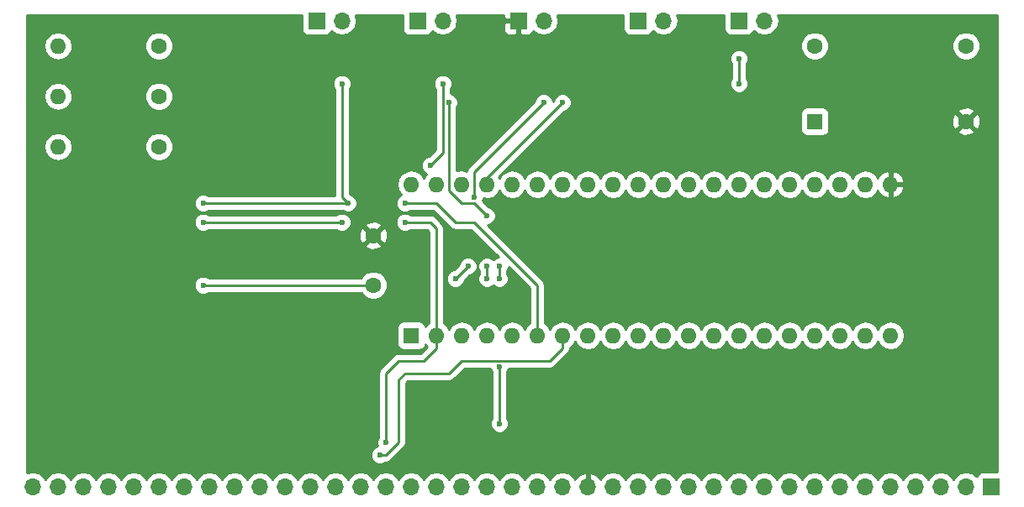
<source format=gbl>
G04 #@! TF.FileFunction,Copper,L2,Bot,Signal*
%FSLAX46Y46*%
G04 Gerber Fmt 4.6, Leading zero omitted, Abs format (unit mm)*
G04 Created by KiCad (PCBNEW 4.0.6) date 06/14/17 15:23:26*
%MOMM*%
%LPD*%
G01*
G04 APERTURE LIST*
%ADD10C,0.100000*%
%ADD11R,1.700000X1.700000*%
%ADD12O,1.700000X1.700000*%
%ADD13C,1.600000*%
%ADD14O,1.600000X1.600000*%
%ADD15R,1.600000X1.600000*%
%ADD16C,0.600000*%
%ADD17C,0.250000*%
%ADD18C,0.254000*%
G04 APERTURE END LIST*
D10*
D11*
X190500000Y-139700000D03*
D12*
X187960000Y-139700000D03*
X185420000Y-139700000D03*
X182880000Y-139700000D03*
X180340000Y-139700000D03*
X177800000Y-139700000D03*
X175260000Y-139700000D03*
X172720000Y-139700000D03*
X170180000Y-139700000D03*
X167640000Y-139700000D03*
X165100000Y-139700000D03*
X162560000Y-139700000D03*
X160020000Y-139700000D03*
X157480000Y-139700000D03*
X154940000Y-139700000D03*
X152400000Y-139700000D03*
X149860000Y-139700000D03*
X147320000Y-139700000D03*
X144780000Y-139700000D03*
X142240000Y-139700000D03*
X139700000Y-139700000D03*
X137160000Y-139700000D03*
X134620000Y-139700000D03*
X132080000Y-139700000D03*
X129540000Y-139700000D03*
X127000000Y-139700000D03*
X124460000Y-139700000D03*
X121920000Y-139700000D03*
X119380000Y-139700000D03*
X116840000Y-139700000D03*
X114300000Y-139700000D03*
X111760000Y-139700000D03*
X109220000Y-139700000D03*
X106680000Y-139700000D03*
X104140000Y-139700000D03*
X101600000Y-139700000D03*
X99060000Y-139700000D03*
X96520000Y-139700000D03*
X93980000Y-139700000D03*
D11*
X132715000Y-92710000D03*
D12*
X135255000Y-92710000D03*
D11*
X122555000Y-92710000D03*
D12*
X125095000Y-92710000D03*
D13*
X106680000Y-95250000D03*
D14*
X96520000Y-95250000D03*
D13*
X106680000Y-100330000D03*
D14*
X96520000Y-100330000D03*
D13*
X106680000Y-105410000D03*
D14*
X96520000Y-105410000D03*
D15*
X132080000Y-124460000D03*
D14*
X180340000Y-109220000D03*
X134620000Y-124460000D03*
X177800000Y-109220000D03*
X137160000Y-124460000D03*
X175260000Y-109220000D03*
X139700000Y-124460000D03*
X172720000Y-109220000D03*
X142240000Y-124460000D03*
X170180000Y-109220000D03*
X144780000Y-124460000D03*
X167640000Y-109220000D03*
X147320000Y-124460000D03*
X165100000Y-109220000D03*
X149860000Y-124460000D03*
X162560000Y-109220000D03*
X152400000Y-124460000D03*
X160020000Y-109220000D03*
X154940000Y-124460000D03*
X157480000Y-109220000D03*
X157480000Y-124460000D03*
X154940000Y-109220000D03*
X160020000Y-124460000D03*
X152400000Y-109220000D03*
X162560000Y-124460000D03*
X149860000Y-109220000D03*
X165100000Y-124460000D03*
X147320000Y-109220000D03*
X167640000Y-124460000D03*
X144780000Y-109220000D03*
X170180000Y-124460000D03*
X142240000Y-109220000D03*
X172720000Y-124460000D03*
X139700000Y-109220000D03*
X175260000Y-124460000D03*
X137160000Y-109220000D03*
X177800000Y-124460000D03*
X134620000Y-109220000D03*
X180340000Y-124460000D03*
X132080000Y-109220000D03*
D13*
X128270000Y-119380000D03*
X128270000Y-114380000D03*
D11*
X165100000Y-92710000D03*
D12*
X167640000Y-92710000D03*
D11*
X154940000Y-92710000D03*
D12*
X157480000Y-92710000D03*
D15*
X172720000Y-102870000D03*
D13*
X172720000Y-95250000D03*
X187960000Y-95250000D03*
X187960000Y-102870000D03*
D11*
X142875000Y-92710000D03*
D12*
X145415000Y-92710000D03*
D16*
X111125000Y-119380000D03*
X165100000Y-96520000D03*
X165100000Y-99060000D03*
X140970000Y-127635000D03*
X140970000Y-133350000D03*
X140970000Y-118745000D03*
X140970000Y-117475000D03*
X147320000Y-100965000D03*
X133985000Y-107315000D03*
X135255000Y-99060000D03*
X135890000Y-100965000D03*
X139700000Y-112395000D03*
X139700000Y-117475000D03*
X139700000Y-118745000D03*
X125095000Y-99060000D03*
X111125000Y-111125000D03*
X125730000Y-111125000D03*
X131445000Y-111125000D03*
X129540000Y-135255000D03*
X111125000Y-113030000D03*
X125095000Y-113030000D03*
X131445000Y-113030000D03*
X128905000Y-136525000D03*
X145415000Y-100965000D03*
X137795000Y-117475000D03*
X136525000Y-118745000D03*
X138430000Y-110490000D03*
D17*
X111125000Y-119380000D02*
X128270000Y-119380000D01*
X165100000Y-99060000D02*
X165100000Y-96520000D01*
X140970000Y-127635000D02*
X140970000Y-133350000D01*
X140970000Y-118745000D02*
X140970000Y-117475000D01*
X139700000Y-109220000D02*
X139700000Y-108585000D01*
X139700000Y-108585000D02*
X147320000Y-100965000D01*
X135255000Y-106045000D02*
X135255000Y-99060000D01*
X133985000Y-107315000D02*
X135255000Y-106045000D01*
X137160000Y-111125000D02*
X135890000Y-109855000D01*
X138430000Y-111125000D02*
X137160000Y-111125000D01*
X139700000Y-112395000D02*
X138430000Y-111125000D01*
X139700000Y-118745000D02*
X139700000Y-117475000D01*
X135890000Y-109855000D02*
X135890000Y-100965000D01*
X125095000Y-100330000D02*
X125095000Y-99060000D01*
X125095000Y-100330000D02*
X125095000Y-109855000D01*
X125730000Y-111125000D02*
X125095000Y-110490000D01*
X125095000Y-109855000D02*
X125095000Y-110490000D01*
X125730000Y-111125000D02*
X125095000Y-111125000D01*
X125095000Y-111125000D02*
X111125000Y-111125000D01*
X134620000Y-111125000D02*
X131445000Y-111125000D01*
X144780000Y-119380000D02*
X138430000Y-113030000D01*
X138430000Y-113030000D02*
X136525000Y-113030000D01*
X136525000Y-113030000D02*
X134620000Y-111125000D01*
X144780000Y-119380000D02*
X144780000Y-124460000D01*
X130810000Y-127000000D02*
X133350000Y-127000000D01*
X129540000Y-135255000D02*
X129540000Y-128905000D01*
X129540000Y-128905000D02*
X129540000Y-128270000D01*
X129540000Y-128270000D02*
X130810000Y-127000000D01*
X134620000Y-125730000D02*
X134620000Y-124460000D01*
X133350000Y-127000000D02*
X134620000Y-125730000D01*
X133985000Y-113030000D02*
X131445000Y-113030000D01*
X134620000Y-113665000D02*
X133985000Y-113030000D01*
X134620000Y-113665000D02*
X134620000Y-124460000D01*
X125095000Y-113030000D02*
X111125000Y-113030000D01*
X129540000Y-136525000D02*
X128905000Y-136525000D01*
X147320000Y-125730000D02*
X146050000Y-127000000D01*
X146050000Y-127000000D02*
X137160000Y-127000000D01*
X137160000Y-127000000D02*
X135890000Y-128270000D01*
X135890000Y-128270000D02*
X131445000Y-128270000D01*
X131445000Y-128270000D02*
X130810000Y-128905000D01*
X130810000Y-128905000D02*
X130810000Y-135255000D01*
X130810000Y-135255000D02*
X129540000Y-136525000D01*
X147320000Y-124460000D02*
X147320000Y-125730000D01*
X145415000Y-100965000D02*
X138430000Y-107950000D01*
X138430000Y-107950000D02*
X138430000Y-110490000D01*
X137795000Y-117475000D02*
X136525000Y-118745000D01*
D18*
G36*
X121057560Y-93560000D02*
X121101838Y-93795317D01*
X121240910Y-94011441D01*
X121453110Y-94156431D01*
X121705000Y-94207440D01*
X123405000Y-94207440D01*
X123640317Y-94163162D01*
X123856441Y-94024090D01*
X124001431Y-93811890D01*
X124015086Y-93744459D01*
X124044946Y-93789147D01*
X124526715Y-94111054D01*
X125095000Y-94224093D01*
X125663285Y-94111054D01*
X126145054Y-93789147D01*
X126466961Y-93307378D01*
X126580000Y-92739093D01*
X126580000Y-92680907D01*
X126474396Y-92150000D01*
X131217560Y-92150000D01*
X131217560Y-93560000D01*
X131261838Y-93795317D01*
X131400910Y-94011441D01*
X131613110Y-94156431D01*
X131865000Y-94207440D01*
X133565000Y-94207440D01*
X133800317Y-94163162D01*
X134016441Y-94024090D01*
X134161431Y-93811890D01*
X134175086Y-93744459D01*
X134204946Y-93789147D01*
X134686715Y-94111054D01*
X135255000Y-94224093D01*
X135823285Y-94111054D01*
X136305054Y-93789147D01*
X136626961Y-93307378D01*
X136688947Y-92995750D01*
X141390000Y-92995750D01*
X141390000Y-93686309D01*
X141486673Y-93919698D01*
X141665301Y-94098327D01*
X141898690Y-94195000D01*
X142589250Y-94195000D01*
X142748000Y-94036250D01*
X142748000Y-92837000D01*
X141548750Y-92837000D01*
X141390000Y-92995750D01*
X136688947Y-92995750D01*
X136740000Y-92739093D01*
X136740000Y-92680907D01*
X136634396Y-92150000D01*
X141390000Y-92150000D01*
X141390000Y-92424250D01*
X141548750Y-92583000D01*
X142748000Y-92583000D01*
X142748000Y-92563000D01*
X143002000Y-92563000D01*
X143002000Y-92583000D01*
X143022000Y-92583000D01*
X143022000Y-92837000D01*
X143002000Y-92837000D01*
X143002000Y-94036250D01*
X143160750Y-94195000D01*
X143851310Y-94195000D01*
X144084699Y-94098327D01*
X144263327Y-93919698D01*
X144335597Y-93745223D01*
X144364946Y-93789147D01*
X144846715Y-94111054D01*
X145415000Y-94224093D01*
X145983285Y-94111054D01*
X146465054Y-93789147D01*
X146786961Y-93307378D01*
X146900000Y-92739093D01*
X146900000Y-92680907D01*
X146794396Y-92150000D01*
X153442560Y-92150000D01*
X153442560Y-93560000D01*
X153486838Y-93795317D01*
X153625910Y-94011441D01*
X153838110Y-94156431D01*
X154090000Y-94207440D01*
X155790000Y-94207440D01*
X156025317Y-94163162D01*
X156241441Y-94024090D01*
X156386431Y-93811890D01*
X156400086Y-93744459D01*
X156429946Y-93789147D01*
X156911715Y-94111054D01*
X157480000Y-94224093D01*
X158048285Y-94111054D01*
X158530054Y-93789147D01*
X158851961Y-93307378D01*
X158965000Y-92739093D01*
X158965000Y-92680907D01*
X158859396Y-92150000D01*
X163602560Y-92150000D01*
X163602560Y-93560000D01*
X163646838Y-93795317D01*
X163785910Y-94011441D01*
X163998110Y-94156431D01*
X164250000Y-94207440D01*
X165950000Y-94207440D01*
X166185317Y-94163162D01*
X166401441Y-94024090D01*
X166546431Y-93811890D01*
X166560086Y-93744459D01*
X166589946Y-93789147D01*
X167071715Y-94111054D01*
X167640000Y-94224093D01*
X168208285Y-94111054D01*
X168690054Y-93789147D01*
X169011961Y-93307378D01*
X169125000Y-92739093D01*
X169125000Y-92680907D01*
X169019396Y-92150000D01*
X191060000Y-92150000D01*
X191060000Y-138202560D01*
X189650000Y-138202560D01*
X189414683Y-138246838D01*
X189198559Y-138385910D01*
X189053569Y-138598110D01*
X189039914Y-138665541D01*
X189010054Y-138620853D01*
X188528285Y-138298946D01*
X187960000Y-138185907D01*
X187391715Y-138298946D01*
X186909946Y-138620853D01*
X186690000Y-138950026D01*
X186470054Y-138620853D01*
X185988285Y-138298946D01*
X185420000Y-138185907D01*
X184851715Y-138298946D01*
X184369946Y-138620853D01*
X184150000Y-138950026D01*
X183930054Y-138620853D01*
X183448285Y-138298946D01*
X182880000Y-138185907D01*
X182311715Y-138298946D01*
X181829946Y-138620853D01*
X181610000Y-138950026D01*
X181390054Y-138620853D01*
X180908285Y-138298946D01*
X180340000Y-138185907D01*
X179771715Y-138298946D01*
X179289946Y-138620853D01*
X179070000Y-138950026D01*
X178850054Y-138620853D01*
X178368285Y-138298946D01*
X177800000Y-138185907D01*
X177231715Y-138298946D01*
X176749946Y-138620853D01*
X176530000Y-138950026D01*
X176310054Y-138620853D01*
X175828285Y-138298946D01*
X175260000Y-138185907D01*
X174691715Y-138298946D01*
X174209946Y-138620853D01*
X173990000Y-138950026D01*
X173770054Y-138620853D01*
X173288285Y-138298946D01*
X172720000Y-138185907D01*
X172151715Y-138298946D01*
X171669946Y-138620853D01*
X171450000Y-138950026D01*
X171230054Y-138620853D01*
X170748285Y-138298946D01*
X170180000Y-138185907D01*
X169611715Y-138298946D01*
X169129946Y-138620853D01*
X168910000Y-138950026D01*
X168690054Y-138620853D01*
X168208285Y-138298946D01*
X167640000Y-138185907D01*
X167071715Y-138298946D01*
X166589946Y-138620853D01*
X166370000Y-138950026D01*
X166150054Y-138620853D01*
X165668285Y-138298946D01*
X165100000Y-138185907D01*
X164531715Y-138298946D01*
X164049946Y-138620853D01*
X163830000Y-138950026D01*
X163610054Y-138620853D01*
X163128285Y-138298946D01*
X162560000Y-138185907D01*
X161991715Y-138298946D01*
X161509946Y-138620853D01*
X161290000Y-138950026D01*
X161070054Y-138620853D01*
X160588285Y-138298946D01*
X160020000Y-138185907D01*
X159451715Y-138298946D01*
X158969946Y-138620853D01*
X158750000Y-138950026D01*
X158530054Y-138620853D01*
X158048285Y-138298946D01*
X157480000Y-138185907D01*
X156911715Y-138298946D01*
X156429946Y-138620853D01*
X156210000Y-138950026D01*
X155990054Y-138620853D01*
X155508285Y-138298946D01*
X154940000Y-138185907D01*
X154371715Y-138298946D01*
X153889946Y-138620853D01*
X153670000Y-138950026D01*
X153450054Y-138620853D01*
X152968285Y-138298946D01*
X152400000Y-138185907D01*
X151831715Y-138298946D01*
X151349946Y-138620853D01*
X151122298Y-138961553D01*
X151055183Y-138818642D01*
X150626924Y-138428355D01*
X150216890Y-138258524D01*
X149987000Y-138379845D01*
X149987000Y-139573000D01*
X150007000Y-139573000D01*
X150007000Y-139827000D01*
X149987000Y-139827000D01*
X149987000Y-139847000D01*
X149733000Y-139847000D01*
X149733000Y-139827000D01*
X149713000Y-139827000D01*
X149713000Y-139573000D01*
X149733000Y-139573000D01*
X149733000Y-138379845D01*
X149503110Y-138258524D01*
X149093076Y-138428355D01*
X148664817Y-138818642D01*
X148597702Y-138961553D01*
X148370054Y-138620853D01*
X147888285Y-138298946D01*
X147320000Y-138185907D01*
X146751715Y-138298946D01*
X146269946Y-138620853D01*
X146050000Y-138950026D01*
X145830054Y-138620853D01*
X145348285Y-138298946D01*
X144780000Y-138185907D01*
X144211715Y-138298946D01*
X143729946Y-138620853D01*
X143510000Y-138950026D01*
X143290054Y-138620853D01*
X142808285Y-138298946D01*
X142240000Y-138185907D01*
X141671715Y-138298946D01*
X141189946Y-138620853D01*
X140970000Y-138950026D01*
X140750054Y-138620853D01*
X140268285Y-138298946D01*
X139700000Y-138185907D01*
X139131715Y-138298946D01*
X138649946Y-138620853D01*
X138430000Y-138950026D01*
X138210054Y-138620853D01*
X137728285Y-138298946D01*
X137160000Y-138185907D01*
X136591715Y-138298946D01*
X136109946Y-138620853D01*
X135890000Y-138950026D01*
X135670054Y-138620853D01*
X135188285Y-138298946D01*
X134620000Y-138185907D01*
X134051715Y-138298946D01*
X133569946Y-138620853D01*
X133350000Y-138950026D01*
X133130054Y-138620853D01*
X132648285Y-138298946D01*
X132080000Y-138185907D01*
X131511715Y-138298946D01*
X131029946Y-138620853D01*
X130810000Y-138950026D01*
X130590054Y-138620853D01*
X130108285Y-138298946D01*
X129540000Y-138185907D01*
X128971715Y-138298946D01*
X128489946Y-138620853D01*
X128270000Y-138950026D01*
X128050054Y-138620853D01*
X127568285Y-138298946D01*
X127000000Y-138185907D01*
X126431715Y-138298946D01*
X125949946Y-138620853D01*
X125730000Y-138950026D01*
X125510054Y-138620853D01*
X125028285Y-138298946D01*
X124460000Y-138185907D01*
X123891715Y-138298946D01*
X123409946Y-138620853D01*
X123190000Y-138950026D01*
X122970054Y-138620853D01*
X122488285Y-138298946D01*
X121920000Y-138185907D01*
X121351715Y-138298946D01*
X120869946Y-138620853D01*
X120650000Y-138950026D01*
X120430054Y-138620853D01*
X119948285Y-138298946D01*
X119380000Y-138185907D01*
X118811715Y-138298946D01*
X118329946Y-138620853D01*
X118110000Y-138950026D01*
X117890054Y-138620853D01*
X117408285Y-138298946D01*
X116840000Y-138185907D01*
X116271715Y-138298946D01*
X115789946Y-138620853D01*
X115570000Y-138950026D01*
X115350054Y-138620853D01*
X114868285Y-138298946D01*
X114300000Y-138185907D01*
X113731715Y-138298946D01*
X113249946Y-138620853D01*
X113030000Y-138950026D01*
X112810054Y-138620853D01*
X112328285Y-138298946D01*
X111760000Y-138185907D01*
X111191715Y-138298946D01*
X110709946Y-138620853D01*
X110490000Y-138950026D01*
X110270054Y-138620853D01*
X109788285Y-138298946D01*
X109220000Y-138185907D01*
X108651715Y-138298946D01*
X108169946Y-138620853D01*
X107950000Y-138950026D01*
X107730054Y-138620853D01*
X107248285Y-138298946D01*
X106680000Y-138185907D01*
X106111715Y-138298946D01*
X105629946Y-138620853D01*
X105410000Y-138950026D01*
X105190054Y-138620853D01*
X104708285Y-138298946D01*
X104140000Y-138185907D01*
X103571715Y-138298946D01*
X103089946Y-138620853D01*
X102870000Y-138950026D01*
X102650054Y-138620853D01*
X102168285Y-138298946D01*
X101600000Y-138185907D01*
X101031715Y-138298946D01*
X100549946Y-138620853D01*
X100330000Y-138950026D01*
X100110054Y-138620853D01*
X99628285Y-138298946D01*
X99060000Y-138185907D01*
X98491715Y-138298946D01*
X98009946Y-138620853D01*
X97790000Y-138950026D01*
X97570054Y-138620853D01*
X97088285Y-138298946D01*
X96520000Y-138185907D01*
X95951715Y-138298946D01*
X95469946Y-138620853D01*
X95250000Y-138950026D01*
X95030054Y-138620853D01*
X94548285Y-138298946D01*
X93980000Y-138185907D01*
X93420000Y-138297298D01*
X93420000Y-136710167D01*
X127969838Y-136710167D01*
X128111883Y-137053943D01*
X128374673Y-137317192D01*
X128718201Y-137459838D01*
X129090167Y-137460162D01*
X129433943Y-137318117D01*
X129467118Y-137285000D01*
X129540000Y-137285000D01*
X129830839Y-137227148D01*
X130077401Y-137062401D01*
X131347401Y-135792401D01*
X131512148Y-135545840D01*
X131570000Y-135255000D01*
X131570000Y-129219802D01*
X131759802Y-129030000D01*
X135890000Y-129030000D01*
X136180839Y-128972148D01*
X136427401Y-128807401D01*
X137474802Y-127760000D01*
X140034890Y-127760000D01*
X140034838Y-127820167D01*
X140176883Y-128163943D01*
X140210000Y-128197118D01*
X140210000Y-132787537D01*
X140177808Y-132819673D01*
X140035162Y-133163201D01*
X140034838Y-133535167D01*
X140176883Y-133878943D01*
X140439673Y-134142192D01*
X140783201Y-134284838D01*
X141155167Y-134285162D01*
X141498943Y-134143117D01*
X141762192Y-133880327D01*
X141904838Y-133536799D01*
X141905162Y-133164833D01*
X141763117Y-132821057D01*
X141730000Y-132787882D01*
X141730000Y-128197463D01*
X141762192Y-128165327D01*
X141904838Y-127821799D01*
X141904892Y-127760000D01*
X146050000Y-127760000D01*
X146340839Y-127702148D01*
X146587401Y-127537401D01*
X147857401Y-126267401D01*
X148022148Y-126020840D01*
X148080000Y-125730000D01*
X148080000Y-125672995D01*
X148334698Y-125502811D01*
X148590000Y-125120725D01*
X148845302Y-125502811D01*
X149310849Y-125813880D01*
X149860000Y-125923113D01*
X150409151Y-125813880D01*
X150874698Y-125502811D01*
X151130000Y-125120725D01*
X151385302Y-125502811D01*
X151850849Y-125813880D01*
X152400000Y-125923113D01*
X152949151Y-125813880D01*
X153414698Y-125502811D01*
X153670000Y-125120725D01*
X153925302Y-125502811D01*
X154390849Y-125813880D01*
X154940000Y-125923113D01*
X155489151Y-125813880D01*
X155954698Y-125502811D01*
X156210000Y-125120725D01*
X156465302Y-125502811D01*
X156930849Y-125813880D01*
X157480000Y-125923113D01*
X158029151Y-125813880D01*
X158494698Y-125502811D01*
X158750000Y-125120725D01*
X159005302Y-125502811D01*
X159470849Y-125813880D01*
X160020000Y-125923113D01*
X160569151Y-125813880D01*
X161034698Y-125502811D01*
X161290000Y-125120725D01*
X161545302Y-125502811D01*
X162010849Y-125813880D01*
X162560000Y-125923113D01*
X163109151Y-125813880D01*
X163574698Y-125502811D01*
X163830000Y-125120725D01*
X164085302Y-125502811D01*
X164550849Y-125813880D01*
X165100000Y-125923113D01*
X165649151Y-125813880D01*
X166114698Y-125502811D01*
X166370000Y-125120725D01*
X166625302Y-125502811D01*
X167090849Y-125813880D01*
X167640000Y-125923113D01*
X168189151Y-125813880D01*
X168654698Y-125502811D01*
X168910000Y-125120725D01*
X169165302Y-125502811D01*
X169630849Y-125813880D01*
X170180000Y-125923113D01*
X170729151Y-125813880D01*
X171194698Y-125502811D01*
X171450000Y-125120725D01*
X171705302Y-125502811D01*
X172170849Y-125813880D01*
X172720000Y-125923113D01*
X173269151Y-125813880D01*
X173734698Y-125502811D01*
X173990000Y-125120725D01*
X174245302Y-125502811D01*
X174710849Y-125813880D01*
X175260000Y-125923113D01*
X175809151Y-125813880D01*
X176274698Y-125502811D01*
X176530000Y-125120725D01*
X176785302Y-125502811D01*
X177250849Y-125813880D01*
X177800000Y-125923113D01*
X178349151Y-125813880D01*
X178814698Y-125502811D01*
X179070000Y-125120725D01*
X179325302Y-125502811D01*
X179790849Y-125813880D01*
X180340000Y-125923113D01*
X180889151Y-125813880D01*
X181354698Y-125502811D01*
X181665767Y-125037264D01*
X181775000Y-124488113D01*
X181775000Y-124431887D01*
X181665767Y-123882736D01*
X181354698Y-123417189D01*
X180889151Y-123106120D01*
X180340000Y-122996887D01*
X179790849Y-123106120D01*
X179325302Y-123417189D01*
X179070000Y-123799275D01*
X178814698Y-123417189D01*
X178349151Y-123106120D01*
X177800000Y-122996887D01*
X177250849Y-123106120D01*
X176785302Y-123417189D01*
X176530000Y-123799275D01*
X176274698Y-123417189D01*
X175809151Y-123106120D01*
X175260000Y-122996887D01*
X174710849Y-123106120D01*
X174245302Y-123417189D01*
X173990000Y-123799275D01*
X173734698Y-123417189D01*
X173269151Y-123106120D01*
X172720000Y-122996887D01*
X172170849Y-123106120D01*
X171705302Y-123417189D01*
X171450000Y-123799275D01*
X171194698Y-123417189D01*
X170729151Y-123106120D01*
X170180000Y-122996887D01*
X169630849Y-123106120D01*
X169165302Y-123417189D01*
X168910000Y-123799275D01*
X168654698Y-123417189D01*
X168189151Y-123106120D01*
X167640000Y-122996887D01*
X167090849Y-123106120D01*
X166625302Y-123417189D01*
X166370000Y-123799275D01*
X166114698Y-123417189D01*
X165649151Y-123106120D01*
X165100000Y-122996887D01*
X164550849Y-123106120D01*
X164085302Y-123417189D01*
X163830000Y-123799275D01*
X163574698Y-123417189D01*
X163109151Y-123106120D01*
X162560000Y-122996887D01*
X162010849Y-123106120D01*
X161545302Y-123417189D01*
X161290000Y-123799275D01*
X161034698Y-123417189D01*
X160569151Y-123106120D01*
X160020000Y-122996887D01*
X159470849Y-123106120D01*
X159005302Y-123417189D01*
X158750000Y-123799275D01*
X158494698Y-123417189D01*
X158029151Y-123106120D01*
X157480000Y-122996887D01*
X156930849Y-123106120D01*
X156465302Y-123417189D01*
X156210000Y-123799275D01*
X155954698Y-123417189D01*
X155489151Y-123106120D01*
X154940000Y-122996887D01*
X154390849Y-123106120D01*
X153925302Y-123417189D01*
X153670000Y-123799275D01*
X153414698Y-123417189D01*
X152949151Y-123106120D01*
X152400000Y-122996887D01*
X151850849Y-123106120D01*
X151385302Y-123417189D01*
X151130000Y-123799275D01*
X150874698Y-123417189D01*
X150409151Y-123106120D01*
X149860000Y-122996887D01*
X149310849Y-123106120D01*
X148845302Y-123417189D01*
X148590000Y-123799275D01*
X148334698Y-123417189D01*
X147869151Y-123106120D01*
X147320000Y-122996887D01*
X146770849Y-123106120D01*
X146305302Y-123417189D01*
X146050000Y-123799275D01*
X145794698Y-123417189D01*
X145540000Y-123247005D01*
X145540000Y-119380000D01*
X145482148Y-119089161D01*
X145317401Y-118842599D01*
X139804894Y-113330092D01*
X139885167Y-113330162D01*
X140228943Y-113188117D01*
X140492192Y-112925327D01*
X140634838Y-112581799D01*
X140635162Y-112209833D01*
X140493117Y-111866057D01*
X140230327Y-111602808D01*
X139886799Y-111460162D01*
X139839923Y-111460121D01*
X139274400Y-110894598D01*
X139364838Y-110676799D01*
X139364891Y-110616456D01*
X139700000Y-110683113D01*
X140249151Y-110573880D01*
X140714698Y-110262811D01*
X140970000Y-109880725D01*
X141225302Y-110262811D01*
X141690849Y-110573880D01*
X142240000Y-110683113D01*
X142789151Y-110573880D01*
X143254698Y-110262811D01*
X143510000Y-109880725D01*
X143765302Y-110262811D01*
X144230849Y-110573880D01*
X144780000Y-110683113D01*
X145329151Y-110573880D01*
X145794698Y-110262811D01*
X146050000Y-109880725D01*
X146305302Y-110262811D01*
X146770849Y-110573880D01*
X147320000Y-110683113D01*
X147869151Y-110573880D01*
X148334698Y-110262811D01*
X148590000Y-109880725D01*
X148845302Y-110262811D01*
X149310849Y-110573880D01*
X149860000Y-110683113D01*
X150409151Y-110573880D01*
X150874698Y-110262811D01*
X151130000Y-109880725D01*
X151385302Y-110262811D01*
X151850849Y-110573880D01*
X152400000Y-110683113D01*
X152949151Y-110573880D01*
X153414698Y-110262811D01*
X153670000Y-109880725D01*
X153925302Y-110262811D01*
X154390849Y-110573880D01*
X154940000Y-110683113D01*
X155489151Y-110573880D01*
X155954698Y-110262811D01*
X156210000Y-109880725D01*
X156465302Y-110262811D01*
X156930849Y-110573880D01*
X157480000Y-110683113D01*
X158029151Y-110573880D01*
X158494698Y-110262811D01*
X158750000Y-109880725D01*
X159005302Y-110262811D01*
X159470849Y-110573880D01*
X160020000Y-110683113D01*
X160569151Y-110573880D01*
X161034698Y-110262811D01*
X161290000Y-109880725D01*
X161545302Y-110262811D01*
X162010849Y-110573880D01*
X162560000Y-110683113D01*
X163109151Y-110573880D01*
X163574698Y-110262811D01*
X163830000Y-109880725D01*
X164085302Y-110262811D01*
X164550849Y-110573880D01*
X165100000Y-110683113D01*
X165649151Y-110573880D01*
X166114698Y-110262811D01*
X166370000Y-109880725D01*
X166625302Y-110262811D01*
X167090849Y-110573880D01*
X167640000Y-110683113D01*
X168189151Y-110573880D01*
X168654698Y-110262811D01*
X168910000Y-109880725D01*
X169165302Y-110262811D01*
X169630849Y-110573880D01*
X170180000Y-110683113D01*
X170729151Y-110573880D01*
X171194698Y-110262811D01*
X171450000Y-109880725D01*
X171705302Y-110262811D01*
X172170849Y-110573880D01*
X172720000Y-110683113D01*
X173269151Y-110573880D01*
X173734698Y-110262811D01*
X173990000Y-109880725D01*
X174245302Y-110262811D01*
X174710849Y-110573880D01*
X175260000Y-110683113D01*
X175809151Y-110573880D01*
X176274698Y-110262811D01*
X176530000Y-109880725D01*
X176785302Y-110262811D01*
X177250849Y-110573880D01*
X177800000Y-110683113D01*
X178349151Y-110573880D01*
X178814698Y-110262811D01*
X179084986Y-109858297D01*
X179187611Y-110075134D01*
X179602577Y-110451041D01*
X179990961Y-110611904D01*
X180213000Y-110489915D01*
X180213000Y-109347000D01*
X180467000Y-109347000D01*
X180467000Y-110489915D01*
X180689039Y-110611904D01*
X181077423Y-110451041D01*
X181492389Y-110075134D01*
X181731914Y-109569041D01*
X181610629Y-109347000D01*
X180467000Y-109347000D01*
X180213000Y-109347000D01*
X180193000Y-109347000D01*
X180193000Y-109093000D01*
X180213000Y-109093000D01*
X180213000Y-107950085D01*
X180467000Y-107950085D01*
X180467000Y-109093000D01*
X181610629Y-109093000D01*
X181731914Y-108870959D01*
X181492389Y-108364866D01*
X181077423Y-107988959D01*
X180689039Y-107828096D01*
X180467000Y-107950085D01*
X180213000Y-107950085D01*
X179990961Y-107828096D01*
X179602577Y-107988959D01*
X179187611Y-108364866D01*
X179084986Y-108581703D01*
X178814698Y-108177189D01*
X178349151Y-107866120D01*
X177800000Y-107756887D01*
X177250849Y-107866120D01*
X176785302Y-108177189D01*
X176530000Y-108559275D01*
X176274698Y-108177189D01*
X175809151Y-107866120D01*
X175260000Y-107756887D01*
X174710849Y-107866120D01*
X174245302Y-108177189D01*
X173990000Y-108559275D01*
X173734698Y-108177189D01*
X173269151Y-107866120D01*
X172720000Y-107756887D01*
X172170849Y-107866120D01*
X171705302Y-108177189D01*
X171450000Y-108559275D01*
X171194698Y-108177189D01*
X170729151Y-107866120D01*
X170180000Y-107756887D01*
X169630849Y-107866120D01*
X169165302Y-108177189D01*
X168910000Y-108559275D01*
X168654698Y-108177189D01*
X168189151Y-107866120D01*
X167640000Y-107756887D01*
X167090849Y-107866120D01*
X166625302Y-108177189D01*
X166370000Y-108559275D01*
X166114698Y-108177189D01*
X165649151Y-107866120D01*
X165100000Y-107756887D01*
X164550849Y-107866120D01*
X164085302Y-108177189D01*
X163830000Y-108559275D01*
X163574698Y-108177189D01*
X163109151Y-107866120D01*
X162560000Y-107756887D01*
X162010849Y-107866120D01*
X161545302Y-108177189D01*
X161290000Y-108559275D01*
X161034698Y-108177189D01*
X160569151Y-107866120D01*
X160020000Y-107756887D01*
X159470849Y-107866120D01*
X159005302Y-108177189D01*
X158750000Y-108559275D01*
X158494698Y-108177189D01*
X158029151Y-107866120D01*
X157480000Y-107756887D01*
X156930849Y-107866120D01*
X156465302Y-108177189D01*
X156210000Y-108559275D01*
X155954698Y-108177189D01*
X155489151Y-107866120D01*
X154940000Y-107756887D01*
X154390849Y-107866120D01*
X153925302Y-108177189D01*
X153670000Y-108559275D01*
X153414698Y-108177189D01*
X152949151Y-107866120D01*
X152400000Y-107756887D01*
X151850849Y-107866120D01*
X151385302Y-108177189D01*
X151130000Y-108559275D01*
X150874698Y-108177189D01*
X150409151Y-107866120D01*
X149860000Y-107756887D01*
X149310849Y-107866120D01*
X148845302Y-108177189D01*
X148590000Y-108559275D01*
X148334698Y-108177189D01*
X147869151Y-107866120D01*
X147320000Y-107756887D01*
X146770849Y-107866120D01*
X146305302Y-108177189D01*
X146050000Y-108559275D01*
X145794698Y-108177189D01*
X145329151Y-107866120D01*
X144780000Y-107756887D01*
X144230849Y-107866120D01*
X143765302Y-108177189D01*
X143510000Y-108559275D01*
X143254698Y-108177189D01*
X142789151Y-107866120D01*
X142240000Y-107756887D01*
X141690849Y-107866120D01*
X141225302Y-108177189D01*
X140970000Y-108559275D01*
X140902119Y-108457683D01*
X147289802Y-102070000D01*
X171272560Y-102070000D01*
X171272560Y-103670000D01*
X171316838Y-103905317D01*
X171455910Y-104121441D01*
X171668110Y-104266431D01*
X171920000Y-104317440D01*
X173520000Y-104317440D01*
X173755317Y-104273162D01*
X173971441Y-104134090D01*
X174116431Y-103921890D01*
X174125370Y-103877745D01*
X187131861Y-103877745D01*
X187205995Y-104123864D01*
X187743223Y-104316965D01*
X188313454Y-104289778D01*
X188714005Y-104123864D01*
X188788139Y-103877745D01*
X187960000Y-103049605D01*
X187131861Y-103877745D01*
X174125370Y-103877745D01*
X174167440Y-103670000D01*
X174167440Y-102653223D01*
X186513035Y-102653223D01*
X186540222Y-103223454D01*
X186706136Y-103624005D01*
X186952255Y-103698139D01*
X187780395Y-102870000D01*
X188139605Y-102870000D01*
X188967745Y-103698139D01*
X189213864Y-103624005D01*
X189406965Y-103086777D01*
X189379778Y-102516546D01*
X189213864Y-102115995D01*
X188967745Y-102041861D01*
X188139605Y-102870000D01*
X187780395Y-102870000D01*
X186952255Y-102041861D01*
X186706136Y-102115995D01*
X186513035Y-102653223D01*
X174167440Y-102653223D01*
X174167440Y-102070000D01*
X174128351Y-101862255D01*
X187131861Y-101862255D01*
X187960000Y-102690395D01*
X188788139Y-101862255D01*
X188714005Y-101616136D01*
X188176777Y-101423035D01*
X187606546Y-101450222D01*
X187205995Y-101616136D01*
X187131861Y-101862255D01*
X174128351Y-101862255D01*
X174123162Y-101834683D01*
X173984090Y-101618559D01*
X173771890Y-101473569D01*
X173520000Y-101422560D01*
X171920000Y-101422560D01*
X171684683Y-101466838D01*
X171468559Y-101605910D01*
X171323569Y-101818110D01*
X171272560Y-102070000D01*
X147289802Y-102070000D01*
X147459680Y-101900122D01*
X147505167Y-101900162D01*
X147848943Y-101758117D01*
X148112192Y-101495327D01*
X148254838Y-101151799D01*
X148255162Y-100779833D01*
X148113117Y-100436057D01*
X147850327Y-100172808D01*
X147506799Y-100030162D01*
X147134833Y-100029838D01*
X146791057Y-100171883D01*
X146527808Y-100434673D01*
X146385162Y-100778201D01*
X146385121Y-100825077D01*
X146350092Y-100860106D01*
X146350162Y-100779833D01*
X146208117Y-100436057D01*
X145945327Y-100172808D01*
X145601799Y-100030162D01*
X145229833Y-100029838D01*
X144886057Y-100171883D01*
X144622808Y-100434673D01*
X144480162Y-100778201D01*
X144480121Y-100825077D01*
X137892599Y-107412599D01*
X137727852Y-107659161D01*
X137687540Y-107861821D01*
X137160000Y-107756887D01*
X136650000Y-107858332D01*
X136650000Y-101527463D01*
X136682192Y-101495327D01*
X136824838Y-101151799D01*
X136825162Y-100779833D01*
X136683117Y-100436057D01*
X136420327Y-100172808D01*
X136076799Y-100030162D01*
X136015000Y-100030108D01*
X136015000Y-99622463D01*
X136047192Y-99590327D01*
X136189838Y-99246799D01*
X136190162Y-98874833D01*
X136048117Y-98531057D01*
X135785327Y-98267808D01*
X135441799Y-98125162D01*
X135069833Y-98124838D01*
X134726057Y-98266883D01*
X134462808Y-98529673D01*
X134320162Y-98873201D01*
X134319838Y-99245167D01*
X134461883Y-99588943D01*
X134495000Y-99622118D01*
X134495000Y-105730198D01*
X133845320Y-106379878D01*
X133799833Y-106379838D01*
X133456057Y-106521883D01*
X133192808Y-106784673D01*
X133050162Y-107128201D01*
X133049838Y-107500167D01*
X133191883Y-107843943D01*
X133454673Y-108107192D01*
X133612178Y-108172594D01*
X133605302Y-108177189D01*
X133350000Y-108559275D01*
X133094698Y-108177189D01*
X132629151Y-107866120D01*
X132080000Y-107756887D01*
X131530849Y-107866120D01*
X131065302Y-108177189D01*
X130754233Y-108642736D01*
X130645000Y-109191887D01*
X130645000Y-109248113D01*
X130754233Y-109797264D01*
X131065302Y-110262811D01*
X131072150Y-110267387D01*
X130916057Y-110331883D01*
X130652808Y-110594673D01*
X130510162Y-110938201D01*
X130509838Y-111310167D01*
X130651883Y-111653943D01*
X130914673Y-111917192D01*
X131258201Y-112059838D01*
X131630167Y-112060162D01*
X131973943Y-111918117D01*
X132007118Y-111885000D01*
X134305198Y-111885000D01*
X135987599Y-113567401D01*
X136234161Y-113732148D01*
X136525000Y-113790000D01*
X138115198Y-113790000D01*
X140865106Y-116539908D01*
X140784833Y-116539838D01*
X140441057Y-116681883D01*
X140335046Y-116787710D01*
X140230327Y-116682808D01*
X139886799Y-116540162D01*
X139514833Y-116539838D01*
X139171057Y-116681883D01*
X138907808Y-116944673D01*
X138765162Y-117288201D01*
X138764838Y-117660167D01*
X138906883Y-118003943D01*
X138940000Y-118037118D01*
X138940000Y-118182537D01*
X138907808Y-118214673D01*
X138765162Y-118558201D01*
X138764838Y-118930167D01*
X138906883Y-119273943D01*
X139169673Y-119537192D01*
X139513201Y-119679838D01*
X139885167Y-119680162D01*
X140228943Y-119538117D01*
X140334954Y-119432290D01*
X140439673Y-119537192D01*
X140783201Y-119679838D01*
X141155167Y-119680162D01*
X141498943Y-119538117D01*
X141762192Y-119275327D01*
X141904838Y-118931799D01*
X141905162Y-118559833D01*
X141763117Y-118216057D01*
X141730000Y-118182882D01*
X141730000Y-118037463D01*
X141762192Y-118005327D01*
X141904838Y-117661799D01*
X141904910Y-117579712D01*
X144020000Y-119694802D01*
X144020000Y-123247005D01*
X143765302Y-123417189D01*
X143510000Y-123799275D01*
X143254698Y-123417189D01*
X142789151Y-123106120D01*
X142240000Y-122996887D01*
X141690849Y-123106120D01*
X141225302Y-123417189D01*
X140970000Y-123799275D01*
X140714698Y-123417189D01*
X140249151Y-123106120D01*
X139700000Y-122996887D01*
X139150849Y-123106120D01*
X138685302Y-123417189D01*
X138430000Y-123799275D01*
X138174698Y-123417189D01*
X137709151Y-123106120D01*
X137160000Y-122996887D01*
X136610849Y-123106120D01*
X136145302Y-123417189D01*
X135890000Y-123799275D01*
X135634698Y-123417189D01*
X135380000Y-123247005D01*
X135380000Y-118930167D01*
X135589838Y-118930167D01*
X135731883Y-119273943D01*
X135994673Y-119537192D01*
X136338201Y-119679838D01*
X136710167Y-119680162D01*
X137053943Y-119538117D01*
X137317192Y-119275327D01*
X137459838Y-118931799D01*
X137459879Y-118884923D01*
X137934680Y-118410122D01*
X137980167Y-118410162D01*
X138323943Y-118268117D01*
X138587192Y-118005327D01*
X138729838Y-117661799D01*
X138730162Y-117289833D01*
X138588117Y-116946057D01*
X138325327Y-116682808D01*
X137981799Y-116540162D01*
X137609833Y-116539838D01*
X137266057Y-116681883D01*
X137002808Y-116944673D01*
X136860162Y-117288201D01*
X136860121Y-117335077D01*
X136385320Y-117809878D01*
X136339833Y-117809838D01*
X135996057Y-117951883D01*
X135732808Y-118214673D01*
X135590162Y-118558201D01*
X135589838Y-118930167D01*
X135380000Y-118930167D01*
X135380000Y-113665000D01*
X135322148Y-113374161D01*
X135157401Y-113127599D01*
X134522401Y-112492599D01*
X134275839Y-112327852D01*
X133985000Y-112270000D01*
X132007463Y-112270000D01*
X131975327Y-112237808D01*
X131631799Y-112095162D01*
X131259833Y-112094838D01*
X130916057Y-112236883D01*
X130652808Y-112499673D01*
X130510162Y-112843201D01*
X130509838Y-113215167D01*
X130651883Y-113558943D01*
X130914673Y-113822192D01*
X131258201Y-113964838D01*
X131630167Y-113965162D01*
X131973943Y-113823117D01*
X132007118Y-113790000D01*
X133670198Y-113790000D01*
X133860000Y-113979802D01*
X133860000Y-123247005D01*
X133605302Y-123417189D01*
X133508899Y-123561465D01*
X133483162Y-123424683D01*
X133344090Y-123208559D01*
X133131890Y-123063569D01*
X132880000Y-123012560D01*
X131280000Y-123012560D01*
X131044683Y-123056838D01*
X130828559Y-123195910D01*
X130683569Y-123408110D01*
X130632560Y-123660000D01*
X130632560Y-125260000D01*
X130676838Y-125495317D01*
X130815910Y-125711441D01*
X131028110Y-125856431D01*
X131280000Y-125907440D01*
X132880000Y-125907440D01*
X133115317Y-125863162D01*
X133331441Y-125724090D01*
X133476431Y-125511890D01*
X133507815Y-125356911D01*
X133605302Y-125502811D01*
X133705462Y-125569736D01*
X133035198Y-126240000D01*
X130810000Y-126240000D01*
X130519160Y-126297852D01*
X130272599Y-126462599D01*
X129002599Y-127732599D01*
X128837852Y-127979161D01*
X128780000Y-128270000D01*
X128780000Y-134692537D01*
X128747808Y-134724673D01*
X128605162Y-135068201D01*
X128604838Y-135440167D01*
X128674432Y-135608597D01*
X128376057Y-135731883D01*
X128112808Y-135994673D01*
X127970162Y-136338201D01*
X127969838Y-136710167D01*
X93420000Y-136710167D01*
X93420000Y-119565167D01*
X110189838Y-119565167D01*
X110331883Y-119908943D01*
X110594673Y-120172192D01*
X110938201Y-120314838D01*
X111310167Y-120315162D01*
X111653943Y-120173117D01*
X111687118Y-120140000D01*
X127031354Y-120140000D01*
X127052757Y-120191800D01*
X127456077Y-120595824D01*
X127983309Y-120814750D01*
X128554187Y-120815248D01*
X129081800Y-120597243D01*
X129485824Y-120193923D01*
X129704750Y-119666691D01*
X129705248Y-119095813D01*
X129487243Y-118568200D01*
X129083923Y-118164176D01*
X128556691Y-117945250D01*
X127985813Y-117944752D01*
X127458200Y-118162757D01*
X127054176Y-118566077D01*
X127031785Y-118620000D01*
X111687463Y-118620000D01*
X111655327Y-118587808D01*
X111311799Y-118445162D01*
X110939833Y-118444838D01*
X110596057Y-118586883D01*
X110332808Y-118849673D01*
X110190162Y-119193201D01*
X110189838Y-119565167D01*
X93420000Y-119565167D01*
X93420000Y-115387745D01*
X127441861Y-115387745D01*
X127515995Y-115633864D01*
X128053223Y-115826965D01*
X128623454Y-115799778D01*
X129024005Y-115633864D01*
X129098139Y-115387745D01*
X128270000Y-114559605D01*
X127441861Y-115387745D01*
X93420000Y-115387745D01*
X93420000Y-114163223D01*
X126823035Y-114163223D01*
X126850222Y-114733454D01*
X127016136Y-115134005D01*
X127262255Y-115208139D01*
X128090395Y-114380000D01*
X128449605Y-114380000D01*
X129277745Y-115208139D01*
X129523864Y-115134005D01*
X129716965Y-114596777D01*
X129689778Y-114026546D01*
X129523864Y-113625995D01*
X129277745Y-113551861D01*
X128449605Y-114380000D01*
X128090395Y-114380000D01*
X127262255Y-113551861D01*
X127016136Y-113625995D01*
X126823035Y-114163223D01*
X93420000Y-114163223D01*
X93420000Y-113215167D01*
X110189838Y-113215167D01*
X110331883Y-113558943D01*
X110594673Y-113822192D01*
X110938201Y-113964838D01*
X111310167Y-113965162D01*
X111653943Y-113823117D01*
X111687118Y-113790000D01*
X124532537Y-113790000D01*
X124564673Y-113822192D01*
X124908201Y-113964838D01*
X125280167Y-113965162D01*
X125623943Y-113823117D01*
X125887192Y-113560327D01*
X125965286Y-113372255D01*
X127441861Y-113372255D01*
X128270000Y-114200395D01*
X129098139Y-113372255D01*
X129024005Y-113126136D01*
X128486777Y-112933035D01*
X127916546Y-112960222D01*
X127515995Y-113126136D01*
X127441861Y-113372255D01*
X125965286Y-113372255D01*
X126029838Y-113216799D01*
X126030162Y-112844833D01*
X125888117Y-112501057D01*
X125625327Y-112237808D01*
X125281799Y-112095162D01*
X124909833Y-112094838D01*
X124566057Y-112236883D01*
X124532882Y-112270000D01*
X111687463Y-112270000D01*
X111655327Y-112237808D01*
X111311799Y-112095162D01*
X110939833Y-112094838D01*
X110596057Y-112236883D01*
X110332808Y-112499673D01*
X110190162Y-112843201D01*
X110189838Y-113215167D01*
X93420000Y-113215167D01*
X93420000Y-111310167D01*
X110189838Y-111310167D01*
X110331883Y-111653943D01*
X110594673Y-111917192D01*
X110938201Y-112059838D01*
X111310167Y-112060162D01*
X111653943Y-111918117D01*
X111687118Y-111885000D01*
X125167537Y-111885000D01*
X125199673Y-111917192D01*
X125543201Y-112059838D01*
X125915167Y-112060162D01*
X126258943Y-111918117D01*
X126522192Y-111655327D01*
X126664838Y-111311799D01*
X126665162Y-110939833D01*
X126523117Y-110596057D01*
X126260327Y-110332808D01*
X125916799Y-110190162D01*
X125869923Y-110190121D01*
X125855000Y-110175198D01*
X125855000Y-99622463D01*
X125887192Y-99590327D01*
X126029838Y-99246799D01*
X126030162Y-98874833D01*
X125888117Y-98531057D01*
X125625327Y-98267808D01*
X125281799Y-98125162D01*
X124909833Y-98124838D01*
X124566057Y-98266883D01*
X124302808Y-98529673D01*
X124160162Y-98873201D01*
X124159838Y-99245167D01*
X124301883Y-99588943D01*
X124335000Y-99622118D01*
X124335000Y-110365000D01*
X111687463Y-110365000D01*
X111655327Y-110332808D01*
X111311799Y-110190162D01*
X110939833Y-110189838D01*
X110596057Y-110331883D01*
X110332808Y-110594673D01*
X110190162Y-110938201D01*
X110189838Y-111310167D01*
X93420000Y-111310167D01*
X93420000Y-105410000D01*
X95056887Y-105410000D01*
X95166120Y-105959151D01*
X95477189Y-106424698D01*
X95942736Y-106735767D01*
X96491887Y-106845000D01*
X96548113Y-106845000D01*
X97097264Y-106735767D01*
X97562811Y-106424698D01*
X97873880Y-105959151D01*
X97926584Y-105694187D01*
X105244752Y-105694187D01*
X105462757Y-106221800D01*
X105866077Y-106625824D01*
X106393309Y-106844750D01*
X106964187Y-106845248D01*
X107491800Y-106627243D01*
X107895824Y-106223923D01*
X108114750Y-105696691D01*
X108115248Y-105125813D01*
X107897243Y-104598200D01*
X107493923Y-104194176D01*
X106966691Y-103975250D01*
X106395813Y-103974752D01*
X105868200Y-104192757D01*
X105464176Y-104596077D01*
X105245250Y-105123309D01*
X105244752Y-105694187D01*
X97926584Y-105694187D01*
X97983113Y-105410000D01*
X97873880Y-104860849D01*
X97562811Y-104395302D01*
X97097264Y-104084233D01*
X96548113Y-103975000D01*
X96491887Y-103975000D01*
X95942736Y-104084233D01*
X95477189Y-104395302D01*
X95166120Y-104860849D01*
X95056887Y-105410000D01*
X93420000Y-105410000D01*
X93420000Y-100330000D01*
X95056887Y-100330000D01*
X95166120Y-100879151D01*
X95477189Y-101344698D01*
X95942736Y-101655767D01*
X96491887Y-101765000D01*
X96548113Y-101765000D01*
X97097264Y-101655767D01*
X97562811Y-101344698D01*
X97873880Y-100879151D01*
X97926584Y-100614187D01*
X105244752Y-100614187D01*
X105462757Y-101141800D01*
X105866077Y-101545824D01*
X106393309Y-101764750D01*
X106964187Y-101765248D01*
X107491800Y-101547243D01*
X107895824Y-101143923D01*
X108114750Y-100616691D01*
X108115248Y-100045813D01*
X107897243Y-99518200D01*
X107493923Y-99114176D01*
X106966691Y-98895250D01*
X106395813Y-98894752D01*
X105868200Y-99112757D01*
X105464176Y-99516077D01*
X105245250Y-100043309D01*
X105244752Y-100614187D01*
X97926584Y-100614187D01*
X97983113Y-100330000D01*
X97873880Y-99780849D01*
X97562811Y-99315302D01*
X97097264Y-99004233D01*
X96548113Y-98895000D01*
X96491887Y-98895000D01*
X95942736Y-99004233D01*
X95477189Y-99315302D01*
X95166120Y-99780849D01*
X95056887Y-100330000D01*
X93420000Y-100330000D01*
X93420000Y-96705167D01*
X164164838Y-96705167D01*
X164306883Y-97048943D01*
X164340000Y-97082118D01*
X164340000Y-98497537D01*
X164307808Y-98529673D01*
X164165162Y-98873201D01*
X164164838Y-99245167D01*
X164306883Y-99588943D01*
X164569673Y-99852192D01*
X164913201Y-99994838D01*
X165285167Y-99995162D01*
X165628943Y-99853117D01*
X165892192Y-99590327D01*
X166034838Y-99246799D01*
X166035162Y-98874833D01*
X165893117Y-98531057D01*
X165860000Y-98497882D01*
X165860000Y-97082463D01*
X165892192Y-97050327D01*
X166034838Y-96706799D01*
X166035162Y-96334833D01*
X165893117Y-95991057D01*
X165630327Y-95727808D01*
X165286799Y-95585162D01*
X164914833Y-95584838D01*
X164571057Y-95726883D01*
X164307808Y-95989673D01*
X164165162Y-96333201D01*
X164164838Y-96705167D01*
X93420000Y-96705167D01*
X93420000Y-95250000D01*
X95056887Y-95250000D01*
X95166120Y-95799151D01*
X95477189Y-96264698D01*
X95942736Y-96575767D01*
X96491887Y-96685000D01*
X96548113Y-96685000D01*
X97097264Y-96575767D01*
X97562811Y-96264698D01*
X97873880Y-95799151D01*
X97926584Y-95534187D01*
X105244752Y-95534187D01*
X105462757Y-96061800D01*
X105866077Y-96465824D01*
X106393309Y-96684750D01*
X106964187Y-96685248D01*
X107491800Y-96467243D01*
X107895824Y-96063923D01*
X108114750Y-95536691D01*
X108114752Y-95534187D01*
X171284752Y-95534187D01*
X171502757Y-96061800D01*
X171906077Y-96465824D01*
X172433309Y-96684750D01*
X173004187Y-96685248D01*
X173531800Y-96467243D01*
X173935824Y-96063923D01*
X174154750Y-95536691D01*
X174154752Y-95534187D01*
X186524752Y-95534187D01*
X186742757Y-96061800D01*
X187146077Y-96465824D01*
X187673309Y-96684750D01*
X188244187Y-96685248D01*
X188771800Y-96467243D01*
X189175824Y-96063923D01*
X189394750Y-95536691D01*
X189395248Y-94965813D01*
X189177243Y-94438200D01*
X188773923Y-94034176D01*
X188246691Y-93815250D01*
X187675813Y-93814752D01*
X187148200Y-94032757D01*
X186744176Y-94436077D01*
X186525250Y-94963309D01*
X186524752Y-95534187D01*
X174154752Y-95534187D01*
X174155248Y-94965813D01*
X173937243Y-94438200D01*
X173533923Y-94034176D01*
X173006691Y-93815250D01*
X172435813Y-93814752D01*
X171908200Y-94032757D01*
X171504176Y-94436077D01*
X171285250Y-94963309D01*
X171284752Y-95534187D01*
X108114752Y-95534187D01*
X108115248Y-94965813D01*
X107897243Y-94438200D01*
X107493923Y-94034176D01*
X106966691Y-93815250D01*
X106395813Y-93814752D01*
X105868200Y-94032757D01*
X105464176Y-94436077D01*
X105245250Y-94963309D01*
X105244752Y-95534187D01*
X97926584Y-95534187D01*
X97983113Y-95250000D01*
X97873880Y-94700849D01*
X97562811Y-94235302D01*
X97097264Y-93924233D01*
X96548113Y-93815000D01*
X96491887Y-93815000D01*
X95942736Y-93924233D01*
X95477189Y-94235302D01*
X95166120Y-94700849D01*
X95056887Y-95250000D01*
X93420000Y-95250000D01*
X93420000Y-92150000D01*
X121057560Y-92150000D01*
X121057560Y-93560000D01*
X121057560Y-93560000D01*
G37*
X121057560Y-93560000D02*
X121101838Y-93795317D01*
X121240910Y-94011441D01*
X121453110Y-94156431D01*
X121705000Y-94207440D01*
X123405000Y-94207440D01*
X123640317Y-94163162D01*
X123856441Y-94024090D01*
X124001431Y-93811890D01*
X124015086Y-93744459D01*
X124044946Y-93789147D01*
X124526715Y-94111054D01*
X125095000Y-94224093D01*
X125663285Y-94111054D01*
X126145054Y-93789147D01*
X126466961Y-93307378D01*
X126580000Y-92739093D01*
X126580000Y-92680907D01*
X126474396Y-92150000D01*
X131217560Y-92150000D01*
X131217560Y-93560000D01*
X131261838Y-93795317D01*
X131400910Y-94011441D01*
X131613110Y-94156431D01*
X131865000Y-94207440D01*
X133565000Y-94207440D01*
X133800317Y-94163162D01*
X134016441Y-94024090D01*
X134161431Y-93811890D01*
X134175086Y-93744459D01*
X134204946Y-93789147D01*
X134686715Y-94111054D01*
X135255000Y-94224093D01*
X135823285Y-94111054D01*
X136305054Y-93789147D01*
X136626961Y-93307378D01*
X136688947Y-92995750D01*
X141390000Y-92995750D01*
X141390000Y-93686309D01*
X141486673Y-93919698D01*
X141665301Y-94098327D01*
X141898690Y-94195000D01*
X142589250Y-94195000D01*
X142748000Y-94036250D01*
X142748000Y-92837000D01*
X141548750Y-92837000D01*
X141390000Y-92995750D01*
X136688947Y-92995750D01*
X136740000Y-92739093D01*
X136740000Y-92680907D01*
X136634396Y-92150000D01*
X141390000Y-92150000D01*
X141390000Y-92424250D01*
X141548750Y-92583000D01*
X142748000Y-92583000D01*
X142748000Y-92563000D01*
X143002000Y-92563000D01*
X143002000Y-92583000D01*
X143022000Y-92583000D01*
X143022000Y-92837000D01*
X143002000Y-92837000D01*
X143002000Y-94036250D01*
X143160750Y-94195000D01*
X143851310Y-94195000D01*
X144084699Y-94098327D01*
X144263327Y-93919698D01*
X144335597Y-93745223D01*
X144364946Y-93789147D01*
X144846715Y-94111054D01*
X145415000Y-94224093D01*
X145983285Y-94111054D01*
X146465054Y-93789147D01*
X146786961Y-93307378D01*
X146900000Y-92739093D01*
X146900000Y-92680907D01*
X146794396Y-92150000D01*
X153442560Y-92150000D01*
X153442560Y-93560000D01*
X153486838Y-93795317D01*
X153625910Y-94011441D01*
X153838110Y-94156431D01*
X154090000Y-94207440D01*
X155790000Y-94207440D01*
X156025317Y-94163162D01*
X156241441Y-94024090D01*
X156386431Y-93811890D01*
X156400086Y-93744459D01*
X156429946Y-93789147D01*
X156911715Y-94111054D01*
X157480000Y-94224093D01*
X158048285Y-94111054D01*
X158530054Y-93789147D01*
X158851961Y-93307378D01*
X158965000Y-92739093D01*
X158965000Y-92680907D01*
X158859396Y-92150000D01*
X163602560Y-92150000D01*
X163602560Y-93560000D01*
X163646838Y-93795317D01*
X163785910Y-94011441D01*
X163998110Y-94156431D01*
X164250000Y-94207440D01*
X165950000Y-94207440D01*
X166185317Y-94163162D01*
X166401441Y-94024090D01*
X166546431Y-93811890D01*
X166560086Y-93744459D01*
X166589946Y-93789147D01*
X167071715Y-94111054D01*
X167640000Y-94224093D01*
X168208285Y-94111054D01*
X168690054Y-93789147D01*
X169011961Y-93307378D01*
X169125000Y-92739093D01*
X169125000Y-92680907D01*
X169019396Y-92150000D01*
X191060000Y-92150000D01*
X191060000Y-138202560D01*
X189650000Y-138202560D01*
X189414683Y-138246838D01*
X189198559Y-138385910D01*
X189053569Y-138598110D01*
X189039914Y-138665541D01*
X189010054Y-138620853D01*
X188528285Y-138298946D01*
X187960000Y-138185907D01*
X187391715Y-138298946D01*
X186909946Y-138620853D01*
X186690000Y-138950026D01*
X186470054Y-138620853D01*
X185988285Y-138298946D01*
X185420000Y-138185907D01*
X184851715Y-138298946D01*
X184369946Y-138620853D01*
X184150000Y-138950026D01*
X183930054Y-138620853D01*
X183448285Y-138298946D01*
X182880000Y-138185907D01*
X182311715Y-138298946D01*
X181829946Y-138620853D01*
X181610000Y-138950026D01*
X181390054Y-138620853D01*
X180908285Y-138298946D01*
X180340000Y-138185907D01*
X179771715Y-138298946D01*
X179289946Y-138620853D01*
X179070000Y-138950026D01*
X178850054Y-138620853D01*
X178368285Y-138298946D01*
X177800000Y-138185907D01*
X177231715Y-138298946D01*
X176749946Y-138620853D01*
X176530000Y-138950026D01*
X176310054Y-138620853D01*
X175828285Y-138298946D01*
X175260000Y-138185907D01*
X174691715Y-138298946D01*
X174209946Y-138620853D01*
X173990000Y-138950026D01*
X173770054Y-138620853D01*
X173288285Y-138298946D01*
X172720000Y-138185907D01*
X172151715Y-138298946D01*
X171669946Y-138620853D01*
X171450000Y-138950026D01*
X171230054Y-138620853D01*
X170748285Y-138298946D01*
X170180000Y-138185907D01*
X169611715Y-138298946D01*
X169129946Y-138620853D01*
X168910000Y-138950026D01*
X168690054Y-138620853D01*
X168208285Y-138298946D01*
X167640000Y-138185907D01*
X167071715Y-138298946D01*
X166589946Y-138620853D01*
X166370000Y-138950026D01*
X166150054Y-138620853D01*
X165668285Y-138298946D01*
X165100000Y-138185907D01*
X164531715Y-138298946D01*
X164049946Y-138620853D01*
X163830000Y-138950026D01*
X163610054Y-138620853D01*
X163128285Y-138298946D01*
X162560000Y-138185907D01*
X161991715Y-138298946D01*
X161509946Y-138620853D01*
X161290000Y-138950026D01*
X161070054Y-138620853D01*
X160588285Y-138298946D01*
X160020000Y-138185907D01*
X159451715Y-138298946D01*
X158969946Y-138620853D01*
X158750000Y-138950026D01*
X158530054Y-138620853D01*
X158048285Y-138298946D01*
X157480000Y-138185907D01*
X156911715Y-138298946D01*
X156429946Y-138620853D01*
X156210000Y-138950026D01*
X155990054Y-138620853D01*
X155508285Y-138298946D01*
X154940000Y-138185907D01*
X154371715Y-138298946D01*
X153889946Y-138620853D01*
X153670000Y-138950026D01*
X153450054Y-138620853D01*
X152968285Y-138298946D01*
X152400000Y-138185907D01*
X151831715Y-138298946D01*
X151349946Y-138620853D01*
X151122298Y-138961553D01*
X151055183Y-138818642D01*
X150626924Y-138428355D01*
X150216890Y-138258524D01*
X149987000Y-138379845D01*
X149987000Y-139573000D01*
X150007000Y-139573000D01*
X150007000Y-139827000D01*
X149987000Y-139827000D01*
X149987000Y-139847000D01*
X149733000Y-139847000D01*
X149733000Y-139827000D01*
X149713000Y-139827000D01*
X149713000Y-139573000D01*
X149733000Y-139573000D01*
X149733000Y-138379845D01*
X149503110Y-138258524D01*
X149093076Y-138428355D01*
X148664817Y-138818642D01*
X148597702Y-138961553D01*
X148370054Y-138620853D01*
X147888285Y-138298946D01*
X147320000Y-138185907D01*
X146751715Y-138298946D01*
X146269946Y-138620853D01*
X146050000Y-138950026D01*
X145830054Y-138620853D01*
X145348285Y-138298946D01*
X144780000Y-138185907D01*
X144211715Y-138298946D01*
X143729946Y-138620853D01*
X143510000Y-138950026D01*
X143290054Y-138620853D01*
X142808285Y-138298946D01*
X142240000Y-138185907D01*
X141671715Y-138298946D01*
X141189946Y-138620853D01*
X140970000Y-138950026D01*
X140750054Y-138620853D01*
X140268285Y-138298946D01*
X139700000Y-138185907D01*
X139131715Y-138298946D01*
X138649946Y-138620853D01*
X138430000Y-138950026D01*
X138210054Y-138620853D01*
X137728285Y-138298946D01*
X137160000Y-138185907D01*
X136591715Y-138298946D01*
X136109946Y-138620853D01*
X135890000Y-138950026D01*
X135670054Y-138620853D01*
X135188285Y-138298946D01*
X134620000Y-138185907D01*
X134051715Y-138298946D01*
X133569946Y-138620853D01*
X133350000Y-138950026D01*
X133130054Y-138620853D01*
X132648285Y-138298946D01*
X132080000Y-138185907D01*
X131511715Y-138298946D01*
X131029946Y-138620853D01*
X130810000Y-138950026D01*
X130590054Y-138620853D01*
X130108285Y-138298946D01*
X129540000Y-138185907D01*
X128971715Y-138298946D01*
X128489946Y-138620853D01*
X128270000Y-138950026D01*
X128050054Y-138620853D01*
X127568285Y-138298946D01*
X127000000Y-138185907D01*
X126431715Y-138298946D01*
X125949946Y-138620853D01*
X125730000Y-138950026D01*
X125510054Y-138620853D01*
X125028285Y-138298946D01*
X124460000Y-138185907D01*
X123891715Y-138298946D01*
X123409946Y-138620853D01*
X123190000Y-138950026D01*
X122970054Y-138620853D01*
X122488285Y-138298946D01*
X121920000Y-138185907D01*
X121351715Y-138298946D01*
X120869946Y-138620853D01*
X120650000Y-138950026D01*
X120430054Y-138620853D01*
X119948285Y-138298946D01*
X119380000Y-138185907D01*
X118811715Y-138298946D01*
X118329946Y-138620853D01*
X118110000Y-138950026D01*
X117890054Y-138620853D01*
X117408285Y-138298946D01*
X116840000Y-138185907D01*
X116271715Y-138298946D01*
X115789946Y-138620853D01*
X115570000Y-138950026D01*
X115350054Y-138620853D01*
X114868285Y-138298946D01*
X114300000Y-138185907D01*
X113731715Y-138298946D01*
X113249946Y-138620853D01*
X113030000Y-138950026D01*
X112810054Y-138620853D01*
X112328285Y-138298946D01*
X111760000Y-138185907D01*
X111191715Y-138298946D01*
X110709946Y-138620853D01*
X110490000Y-138950026D01*
X110270054Y-138620853D01*
X109788285Y-138298946D01*
X109220000Y-138185907D01*
X108651715Y-138298946D01*
X108169946Y-138620853D01*
X107950000Y-138950026D01*
X107730054Y-138620853D01*
X107248285Y-138298946D01*
X106680000Y-138185907D01*
X106111715Y-138298946D01*
X105629946Y-138620853D01*
X105410000Y-138950026D01*
X105190054Y-138620853D01*
X104708285Y-138298946D01*
X104140000Y-138185907D01*
X103571715Y-138298946D01*
X103089946Y-138620853D01*
X102870000Y-138950026D01*
X102650054Y-138620853D01*
X102168285Y-138298946D01*
X101600000Y-138185907D01*
X101031715Y-138298946D01*
X100549946Y-138620853D01*
X100330000Y-138950026D01*
X100110054Y-138620853D01*
X99628285Y-138298946D01*
X99060000Y-138185907D01*
X98491715Y-138298946D01*
X98009946Y-138620853D01*
X97790000Y-138950026D01*
X97570054Y-138620853D01*
X97088285Y-138298946D01*
X96520000Y-138185907D01*
X95951715Y-138298946D01*
X95469946Y-138620853D01*
X95250000Y-138950026D01*
X95030054Y-138620853D01*
X94548285Y-138298946D01*
X93980000Y-138185907D01*
X93420000Y-138297298D01*
X93420000Y-136710167D01*
X127969838Y-136710167D01*
X128111883Y-137053943D01*
X128374673Y-137317192D01*
X128718201Y-137459838D01*
X129090167Y-137460162D01*
X129433943Y-137318117D01*
X129467118Y-137285000D01*
X129540000Y-137285000D01*
X129830839Y-137227148D01*
X130077401Y-137062401D01*
X131347401Y-135792401D01*
X131512148Y-135545840D01*
X131570000Y-135255000D01*
X131570000Y-129219802D01*
X131759802Y-129030000D01*
X135890000Y-129030000D01*
X136180839Y-128972148D01*
X136427401Y-128807401D01*
X137474802Y-127760000D01*
X140034890Y-127760000D01*
X140034838Y-127820167D01*
X140176883Y-128163943D01*
X140210000Y-128197118D01*
X140210000Y-132787537D01*
X140177808Y-132819673D01*
X140035162Y-133163201D01*
X140034838Y-133535167D01*
X140176883Y-133878943D01*
X140439673Y-134142192D01*
X140783201Y-134284838D01*
X141155167Y-134285162D01*
X141498943Y-134143117D01*
X141762192Y-133880327D01*
X141904838Y-133536799D01*
X141905162Y-133164833D01*
X141763117Y-132821057D01*
X141730000Y-132787882D01*
X141730000Y-128197463D01*
X141762192Y-128165327D01*
X141904838Y-127821799D01*
X141904892Y-127760000D01*
X146050000Y-127760000D01*
X146340839Y-127702148D01*
X146587401Y-127537401D01*
X147857401Y-126267401D01*
X148022148Y-126020840D01*
X148080000Y-125730000D01*
X148080000Y-125672995D01*
X148334698Y-125502811D01*
X148590000Y-125120725D01*
X148845302Y-125502811D01*
X149310849Y-125813880D01*
X149860000Y-125923113D01*
X150409151Y-125813880D01*
X150874698Y-125502811D01*
X151130000Y-125120725D01*
X151385302Y-125502811D01*
X151850849Y-125813880D01*
X152400000Y-125923113D01*
X152949151Y-125813880D01*
X153414698Y-125502811D01*
X153670000Y-125120725D01*
X153925302Y-125502811D01*
X154390849Y-125813880D01*
X154940000Y-125923113D01*
X155489151Y-125813880D01*
X155954698Y-125502811D01*
X156210000Y-125120725D01*
X156465302Y-125502811D01*
X156930849Y-125813880D01*
X157480000Y-125923113D01*
X158029151Y-125813880D01*
X158494698Y-125502811D01*
X158750000Y-125120725D01*
X159005302Y-125502811D01*
X159470849Y-125813880D01*
X160020000Y-125923113D01*
X160569151Y-125813880D01*
X161034698Y-125502811D01*
X161290000Y-125120725D01*
X161545302Y-125502811D01*
X162010849Y-125813880D01*
X162560000Y-125923113D01*
X163109151Y-125813880D01*
X163574698Y-125502811D01*
X163830000Y-125120725D01*
X164085302Y-125502811D01*
X164550849Y-125813880D01*
X165100000Y-125923113D01*
X165649151Y-125813880D01*
X166114698Y-125502811D01*
X166370000Y-125120725D01*
X166625302Y-125502811D01*
X167090849Y-125813880D01*
X167640000Y-125923113D01*
X168189151Y-125813880D01*
X168654698Y-125502811D01*
X168910000Y-125120725D01*
X169165302Y-125502811D01*
X169630849Y-125813880D01*
X170180000Y-125923113D01*
X170729151Y-125813880D01*
X171194698Y-125502811D01*
X171450000Y-125120725D01*
X171705302Y-125502811D01*
X172170849Y-125813880D01*
X172720000Y-125923113D01*
X173269151Y-125813880D01*
X173734698Y-125502811D01*
X173990000Y-125120725D01*
X174245302Y-125502811D01*
X174710849Y-125813880D01*
X175260000Y-125923113D01*
X175809151Y-125813880D01*
X176274698Y-125502811D01*
X176530000Y-125120725D01*
X176785302Y-125502811D01*
X177250849Y-125813880D01*
X177800000Y-125923113D01*
X178349151Y-125813880D01*
X178814698Y-125502811D01*
X179070000Y-125120725D01*
X179325302Y-125502811D01*
X179790849Y-125813880D01*
X180340000Y-125923113D01*
X180889151Y-125813880D01*
X181354698Y-125502811D01*
X181665767Y-125037264D01*
X181775000Y-124488113D01*
X181775000Y-124431887D01*
X181665767Y-123882736D01*
X181354698Y-123417189D01*
X180889151Y-123106120D01*
X180340000Y-122996887D01*
X179790849Y-123106120D01*
X179325302Y-123417189D01*
X179070000Y-123799275D01*
X178814698Y-123417189D01*
X178349151Y-123106120D01*
X177800000Y-122996887D01*
X177250849Y-123106120D01*
X176785302Y-123417189D01*
X176530000Y-123799275D01*
X176274698Y-123417189D01*
X175809151Y-123106120D01*
X175260000Y-122996887D01*
X174710849Y-123106120D01*
X174245302Y-123417189D01*
X173990000Y-123799275D01*
X173734698Y-123417189D01*
X173269151Y-123106120D01*
X172720000Y-122996887D01*
X172170849Y-123106120D01*
X171705302Y-123417189D01*
X171450000Y-123799275D01*
X171194698Y-123417189D01*
X170729151Y-123106120D01*
X170180000Y-122996887D01*
X169630849Y-123106120D01*
X169165302Y-123417189D01*
X168910000Y-123799275D01*
X168654698Y-123417189D01*
X168189151Y-123106120D01*
X167640000Y-122996887D01*
X167090849Y-123106120D01*
X166625302Y-123417189D01*
X166370000Y-123799275D01*
X166114698Y-123417189D01*
X165649151Y-123106120D01*
X165100000Y-122996887D01*
X164550849Y-123106120D01*
X164085302Y-123417189D01*
X163830000Y-123799275D01*
X163574698Y-123417189D01*
X163109151Y-123106120D01*
X162560000Y-122996887D01*
X162010849Y-123106120D01*
X161545302Y-123417189D01*
X161290000Y-123799275D01*
X161034698Y-123417189D01*
X160569151Y-123106120D01*
X160020000Y-122996887D01*
X159470849Y-123106120D01*
X159005302Y-123417189D01*
X158750000Y-123799275D01*
X158494698Y-123417189D01*
X158029151Y-123106120D01*
X157480000Y-122996887D01*
X156930849Y-123106120D01*
X156465302Y-123417189D01*
X156210000Y-123799275D01*
X155954698Y-123417189D01*
X155489151Y-123106120D01*
X154940000Y-122996887D01*
X154390849Y-123106120D01*
X153925302Y-123417189D01*
X153670000Y-123799275D01*
X153414698Y-123417189D01*
X152949151Y-123106120D01*
X152400000Y-122996887D01*
X151850849Y-123106120D01*
X151385302Y-123417189D01*
X151130000Y-123799275D01*
X150874698Y-123417189D01*
X150409151Y-123106120D01*
X149860000Y-122996887D01*
X149310849Y-123106120D01*
X148845302Y-123417189D01*
X148590000Y-123799275D01*
X148334698Y-123417189D01*
X147869151Y-123106120D01*
X147320000Y-122996887D01*
X146770849Y-123106120D01*
X146305302Y-123417189D01*
X146050000Y-123799275D01*
X145794698Y-123417189D01*
X145540000Y-123247005D01*
X145540000Y-119380000D01*
X145482148Y-119089161D01*
X145317401Y-118842599D01*
X139804894Y-113330092D01*
X139885167Y-113330162D01*
X140228943Y-113188117D01*
X140492192Y-112925327D01*
X140634838Y-112581799D01*
X140635162Y-112209833D01*
X140493117Y-111866057D01*
X140230327Y-111602808D01*
X139886799Y-111460162D01*
X139839923Y-111460121D01*
X139274400Y-110894598D01*
X139364838Y-110676799D01*
X139364891Y-110616456D01*
X139700000Y-110683113D01*
X140249151Y-110573880D01*
X140714698Y-110262811D01*
X140970000Y-109880725D01*
X141225302Y-110262811D01*
X141690849Y-110573880D01*
X142240000Y-110683113D01*
X142789151Y-110573880D01*
X143254698Y-110262811D01*
X143510000Y-109880725D01*
X143765302Y-110262811D01*
X144230849Y-110573880D01*
X144780000Y-110683113D01*
X145329151Y-110573880D01*
X145794698Y-110262811D01*
X146050000Y-109880725D01*
X146305302Y-110262811D01*
X146770849Y-110573880D01*
X147320000Y-110683113D01*
X147869151Y-110573880D01*
X148334698Y-110262811D01*
X148590000Y-109880725D01*
X148845302Y-110262811D01*
X149310849Y-110573880D01*
X149860000Y-110683113D01*
X150409151Y-110573880D01*
X150874698Y-110262811D01*
X151130000Y-109880725D01*
X151385302Y-110262811D01*
X151850849Y-110573880D01*
X152400000Y-110683113D01*
X152949151Y-110573880D01*
X153414698Y-110262811D01*
X153670000Y-109880725D01*
X153925302Y-110262811D01*
X154390849Y-110573880D01*
X154940000Y-110683113D01*
X155489151Y-110573880D01*
X155954698Y-110262811D01*
X156210000Y-109880725D01*
X156465302Y-110262811D01*
X156930849Y-110573880D01*
X157480000Y-110683113D01*
X158029151Y-110573880D01*
X158494698Y-110262811D01*
X158750000Y-109880725D01*
X159005302Y-110262811D01*
X159470849Y-110573880D01*
X160020000Y-110683113D01*
X160569151Y-110573880D01*
X161034698Y-110262811D01*
X161290000Y-109880725D01*
X161545302Y-110262811D01*
X162010849Y-110573880D01*
X162560000Y-110683113D01*
X163109151Y-110573880D01*
X163574698Y-110262811D01*
X163830000Y-109880725D01*
X164085302Y-110262811D01*
X164550849Y-110573880D01*
X165100000Y-110683113D01*
X165649151Y-110573880D01*
X166114698Y-110262811D01*
X166370000Y-109880725D01*
X166625302Y-110262811D01*
X167090849Y-110573880D01*
X167640000Y-110683113D01*
X168189151Y-110573880D01*
X168654698Y-110262811D01*
X168910000Y-109880725D01*
X169165302Y-110262811D01*
X169630849Y-110573880D01*
X170180000Y-110683113D01*
X170729151Y-110573880D01*
X171194698Y-110262811D01*
X171450000Y-109880725D01*
X171705302Y-110262811D01*
X172170849Y-110573880D01*
X172720000Y-110683113D01*
X173269151Y-110573880D01*
X173734698Y-110262811D01*
X173990000Y-109880725D01*
X174245302Y-110262811D01*
X174710849Y-110573880D01*
X175260000Y-110683113D01*
X175809151Y-110573880D01*
X176274698Y-110262811D01*
X176530000Y-109880725D01*
X176785302Y-110262811D01*
X177250849Y-110573880D01*
X177800000Y-110683113D01*
X178349151Y-110573880D01*
X178814698Y-110262811D01*
X179084986Y-109858297D01*
X179187611Y-110075134D01*
X179602577Y-110451041D01*
X179990961Y-110611904D01*
X180213000Y-110489915D01*
X180213000Y-109347000D01*
X180467000Y-109347000D01*
X180467000Y-110489915D01*
X180689039Y-110611904D01*
X181077423Y-110451041D01*
X181492389Y-110075134D01*
X181731914Y-109569041D01*
X181610629Y-109347000D01*
X180467000Y-109347000D01*
X180213000Y-109347000D01*
X180193000Y-109347000D01*
X180193000Y-109093000D01*
X180213000Y-109093000D01*
X180213000Y-107950085D01*
X180467000Y-107950085D01*
X180467000Y-109093000D01*
X181610629Y-109093000D01*
X181731914Y-108870959D01*
X181492389Y-108364866D01*
X181077423Y-107988959D01*
X180689039Y-107828096D01*
X180467000Y-107950085D01*
X180213000Y-107950085D01*
X179990961Y-107828096D01*
X179602577Y-107988959D01*
X179187611Y-108364866D01*
X179084986Y-108581703D01*
X178814698Y-108177189D01*
X178349151Y-107866120D01*
X177800000Y-107756887D01*
X177250849Y-107866120D01*
X176785302Y-108177189D01*
X176530000Y-108559275D01*
X176274698Y-108177189D01*
X175809151Y-107866120D01*
X175260000Y-107756887D01*
X174710849Y-107866120D01*
X174245302Y-108177189D01*
X173990000Y-108559275D01*
X173734698Y-108177189D01*
X173269151Y-107866120D01*
X172720000Y-107756887D01*
X172170849Y-107866120D01*
X171705302Y-108177189D01*
X171450000Y-108559275D01*
X171194698Y-108177189D01*
X170729151Y-107866120D01*
X170180000Y-107756887D01*
X169630849Y-107866120D01*
X169165302Y-108177189D01*
X168910000Y-108559275D01*
X168654698Y-108177189D01*
X168189151Y-107866120D01*
X167640000Y-107756887D01*
X167090849Y-107866120D01*
X166625302Y-108177189D01*
X166370000Y-108559275D01*
X166114698Y-108177189D01*
X165649151Y-107866120D01*
X165100000Y-107756887D01*
X164550849Y-107866120D01*
X164085302Y-108177189D01*
X163830000Y-108559275D01*
X163574698Y-108177189D01*
X163109151Y-107866120D01*
X162560000Y-107756887D01*
X162010849Y-107866120D01*
X161545302Y-108177189D01*
X161290000Y-108559275D01*
X161034698Y-108177189D01*
X160569151Y-107866120D01*
X160020000Y-107756887D01*
X159470849Y-107866120D01*
X159005302Y-108177189D01*
X158750000Y-108559275D01*
X158494698Y-108177189D01*
X158029151Y-107866120D01*
X157480000Y-107756887D01*
X156930849Y-107866120D01*
X156465302Y-108177189D01*
X156210000Y-108559275D01*
X155954698Y-108177189D01*
X155489151Y-107866120D01*
X154940000Y-107756887D01*
X154390849Y-107866120D01*
X153925302Y-108177189D01*
X153670000Y-108559275D01*
X153414698Y-108177189D01*
X152949151Y-107866120D01*
X152400000Y-107756887D01*
X151850849Y-107866120D01*
X151385302Y-108177189D01*
X151130000Y-108559275D01*
X150874698Y-108177189D01*
X150409151Y-107866120D01*
X149860000Y-107756887D01*
X149310849Y-107866120D01*
X148845302Y-108177189D01*
X148590000Y-108559275D01*
X148334698Y-108177189D01*
X147869151Y-107866120D01*
X147320000Y-107756887D01*
X146770849Y-107866120D01*
X146305302Y-108177189D01*
X146050000Y-108559275D01*
X145794698Y-108177189D01*
X145329151Y-107866120D01*
X144780000Y-107756887D01*
X144230849Y-107866120D01*
X143765302Y-108177189D01*
X143510000Y-108559275D01*
X143254698Y-108177189D01*
X142789151Y-107866120D01*
X142240000Y-107756887D01*
X141690849Y-107866120D01*
X141225302Y-108177189D01*
X140970000Y-108559275D01*
X140902119Y-108457683D01*
X147289802Y-102070000D01*
X171272560Y-102070000D01*
X171272560Y-103670000D01*
X171316838Y-103905317D01*
X171455910Y-104121441D01*
X171668110Y-104266431D01*
X171920000Y-104317440D01*
X173520000Y-104317440D01*
X173755317Y-104273162D01*
X173971441Y-104134090D01*
X174116431Y-103921890D01*
X174125370Y-103877745D01*
X187131861Y-103877745D01*
X187205995Y-104123864D01*
X187743223Y-104316965D01*
X188313454Y-104289778D01*
X188714005Y-104123864D01*
X188788139Y-103877745D01*
X187960000Y-103049605D01*
X187131861Y-103877745D01*
X174125370Y-103877745D01*
X174167440Y-103670000D01*
X174167440Y-102653223D01*
X186513035Y-102653223D01*
X186540222Y-103223454D01*
X186706136Y-103624005D01*
X186952255Y-103698139D01*
X187780395Y-102870000D01*
X188139605Y-102870000D01*
X188967745Y-103698139D01*
X189213864Y-103624005D01*
X189406965Y-103086777D01*
X189379778Y-102516546D01*
X189213864Y-102115995D01*
X188967745Y-102041861D01*
X188139605Y-102870000D01*
X187780395Y-102870000D01*
X186952255Y-102041861D01*
X186706136Y-102115995D01*
X186513035Y-102653223D01*
X174167440Y-102653223D01*
X174167440Y-102070000D01*
X174128351Y-101862255D01*
X187131861Y-101862255D01*
X187960000Y-102690395D01*
X188788139Y-101862255D01*
X188714005Y-101616136D01*
X188176777Y-101423035D01*
X187606546Y-101450222D01*
X187205995Y-101616136D01*
X187131861Y-101862255D01*
X174128351Y-101862255D01*
X174123162Y-101834683D01*
X173984090Y-101618559D01*
X173771890Y-101473569D01*
X173520000Y-101422560D01*
X171920000Y-101422560D01*
X171684683Y-101466838D01*
X171468559Y-101605910D01*
X171323569Y-101818110D01*
X171272560Y-102070000D01*
X147289802Y-102070000D01*
X147459680Y-101900122D01*
X147505167Y-101900162D01*
X147848943Y-101758117D01*
X148112192Y-101495327D01*
X148254838Y-101151799D01*
X148255162Y-100779833D01*
X148113117Y-100436057D01*
X147850327Y-100172808D01*
X147506799Y-100030162D01*
X147134833Y-100029838D01*
X146791057Y-100171883D01*
X146527808Y-100434673D01*
X146385162Y-100778201D01*
X146385121Y-100825077D01*
X146350092Y-100860106D01*
X146350162Y-100779833D01*
X146208117Y-100436057D01*
X145945327Y-100172808D01*
X145601799Y-100030162D01*
X145229833Y-100029838D01*
X144886057Y-100171883D01*
X144622808Y-100434673D01*
X144480162Y-100778201D01*
X144480121Y-100825077D01*
X137892599Y-107412599D01*
X137727852Y-107659161D01*
X137687540Y-107861821D01*
X137160000Y-107756887D01*
X136650000Y-107858332D01*
X136650000Y-101527463D01*
X136682192Y-101495327D01*
X136824838Y-101151799D01*
X136825162Y-100779833D01*
X136683117Y-100436057D01*
X136420327Y-100172808D01*
X136076799Y-100030162D01*
X136015000Y-100030108D01*
X136015000Y-99622463D01*
X136047192Y-99590327D01*
X136189838Y-99246799D01*
X136190162Y-98874833D01*
X136048117Y-98531057D01*
X135785327Y-98267808D01*
X135441799Y-98125162D01*
X135069833Y-98124838D01*
X134726057Y-98266883D01*
X134462808Y-98529673D01*
X134320162Y-98873201D01*
X134319838Y-99245167D01*
X134461883Y-99588943D01*
X134495000Y-99622118D01*
X134495000Y-105730198D01*
X133845320Y-106379878D01*
X133799833Y-106379838D01*
X133456057Y-106521883D01*
X133192808Y-106784673D01*
X133050162Y-107128201D01*
X133049838Y-107500167D01*
X133191883Y-107843943D01*
X133454673Y-108107192D01*
X133612178Y-108172594D01*
X133605302Y-108177189D01*
X133350000Y-108559275D01*
X133094698Y-108177189D01*
X132629151Y-107866120D01*
X132080000Y-107756887D01*
X131530849Y-107866120D01*
X131065302Y-108177189D01*
X130754233Y-108642736D01*
X130645000Y-109191887D01*
X130645000Y-109248113D01*
X130754233Y-109797264D01*
X131065302Y-110262811D01*
X131072150Y-110267387D01*
X130916057Y-110331883D01*
X130652808Y-110594673D01*
X130510162Y-110938201D01*
X130509838Y-111310167D01*
X130651883Y-111653943D01*
X130914673Y-111917192D01*
X131258201Y-112059838D01*
X131630167Y-112060162D01*
X131973943Y-111918117D01*
X132007118Y-111885000D01*
X134305198Y-111885000D01*
X135987599Y-113567401D01*
X136234161Y-113732148D01*
X136525000Y-113790000D01*
X138115198Y-113790000D01*
X140865106Y-116539908D01*
X140784833Y-116539838D01*
X140441057Y-116681883D01*
X140335046Y-116787710D01*
X140230327Y-116682808D01*
X139886799Y-116540162D01*
X139514833Y-116539838D01*
X139171057Y-116681883D01*
X138907808Y-116944673D01*
X138765162Y-117288201D01*
X138764838Y-117660167D01*
X138906883Y-118003943D01*
X138940000Y-118037118D01*
X138940000Y-118182537D01*
X138907808Y-118214673D01*
X138765162Y-118558201D01*
X138764838Y-118930167D01*
X138906883Y-119273943D01*
X139169673Y-119537192D01*
X139513201Y-119679838D01*
X139885167Y-119680162D01*
X140228943Y-119538117D01*
X140334954Y-119432290D01*
X140439673Y-119537192D01*
X140783201Y-119679838D01*
X141155167Y-119680162D01*
X141498943Y-119538117D01*
X141762192Y-119275327D01*
X141904838Y-118931799D01*
X141905162Y-118559833D01*
X141763117Y-118216057D01*
X141730000Y-118182882D01*
X141730000Y-118037463D01*
X141762192Y-118005327D01*
X141904838Y-117661799D01*
X141904910Y-117579712D01*
X144020000Y-119694802D01*
X144020000Y-123247005D01*
X143765302Y-123417189D01*
X143510000Y-123799275D01*
X143254698Y-123417189D01*
X142789151Y-123106120D01*
X142240000Y-122996887D01*
X141690849Y-123106120D01*
X141225302Y-123417189D01*
X140970000Y-123799275D01*
X140714698Y-123417189D01*
X140249151Y-123106120D01*
X139700000Y-122996887D01*
X139150849Y-123106120D01*
X138685302Y-123417189D01*
X138430000Y-123799275D01*
X138174698Y-123417189D01*
X137709151Y-123106120D01*
X137160000Y-122996887D01*
X136610849Y-123106120D01*
X136145302Y-123417189D01*
X135890000Y-123799275D01*
X135634698Y-123417189D01*
X135380000Y-123247005D01*
X135380000Y-118930167D01*
X135589838Y-118930167D01*
X135731883Y-119273943D01*
X135994673Y-119537192D01*
X136338201Y-119679838D01*
X136710167Y-119680162D01*
X137053943Y-119538117D01*
X137317192Y-119275327D01*
X137459838Y-118931799D01*
X137459879Y-118884923D01*
X137934680Y-118410122D01*
X137980167Y-118410162D01*
X138323943Y-118268117D01*
X138587192Y-118005327D01*
X138729838Y-117661799D01*
X138730162Y-117289833D01*
X138588117Y-116946057D01*
X138325327Y-116682808D01*
X137981799Y-116540162D01*
X137609833Y-116539838D01*
X137266057Y-116681883D01*
X137002808Y-116944673D01*
X136860162Y-117288201D01*
X136860121Y-117335077D01*
X136385320Y-117809878D01*
X136339833Y-117809838D01*
X135996057Y-117951883D01*
X135732808Y-118214673D01*
X135590162Y-118558201D01*
X135589838Y-118930167D01*
X135380000Y-118930167D01*
X135380000Y-113665000D01*
X135322148Y-113374161D01*
X135157401Y-113127599D01*
X134522401Y-112492599D01*
X134275839Y-112327852D01*
X133985000Y-112270000D01*
X132007463Y-112270000D01*
X131975327Y-112237808D01*
X131631799Y-112095162D01*
X131259833Y-112094838D01*
X130916057Y-112236883D01*
X130652808Y-112499673D01*
X130510162Y-112843201D01*
X130509838Y-113215167D01*
X130651883Y-113558943D01*
X130914673Y-113822192D01*
X131258201Y-113964838D01*
X131630167Y-113965162D01*
X131973943Y-113823117D01*
X132007118Y-113790000D01*
X133670198Y-113790000D01*
X133860000Y-113979802D01*
X133860000Y-123247005D01*
X133605302Y-123417189D01*
X133508899Y-123561465D01*
X133483162Y-123424683D01*
X133344090Y-123208559D01*
X133131890Y-123063569D01*
X132880000Y-123012560D01*
X131280000Y-123012560D01*
X131044683Y-123056838D01*
X130828559Y-123195910D01*
X130683569Y-123408110D01*
X130632560Y-123660000D01*
X130632560Y-125260000D01*
X130676838Y-125495317D01*
X130815910Y-125711441D01*
X131028110Y-125856431D01*
X131280000Y-125907440D01*
X132880000Y-125907440D01*
X133115317Y-125863162D01*
X133331441Y-125724090D01*
X133476431Y-125511890D01*
X133507815Y-125356911D01*
X133605302Y-125502811D01*
X133705462Y-125569736D01*
X133035198Y-126240000D01*
X130810000Y-126240000D01*
X130519160Y-126297852D01*
X130272599Y-126462599D01*
X129002599Y-127732599D01*
X128837852Y-127979161D01*
X128780000Y-128270000D01*
X128780000Y-134692537D01*
X128747808Y-134724673D01*
X128605162Y-135068201D01*
X128604838Y-135440167D01*
X128674432Y-135608597D01*
X128376057Y-135731883D01*
X128112808Y-135994673D01*
X127970162Y-136338201D01*
X127969838Y-136710167D01*
X93420000Y-136710167D01*
X93420000Y-119565167D01*
X110189838Y-119565167D01*
X110331883Y-119908943D01*
X110594673Y-120172192D01*
X110938201Y-120314838D01*
X111310167Y-120315162D01*
X111653943Y-120173117D01*
X111687118Y-120140000D01*
X127031354Y-120140000D01*
X127052757Y-120191800D01*
X127456077Y-120595824D01*
X127983309Y-120814750D01*
X128554187Y-120815248D01*
X129081800Y-120597243D01*
X129485824Y-120193923D01*
X129704750Y-119666691D01*
X129705248Y-119095813D01*
X129487243Y-118568200D01*
X129083923Y-118164176D01*
X128556691Y-117945250D01*
X127985813Y-117944752D01*
X127458200Y-118162757D01*
X127054176Y-118566077D01*
X127031785Y-118620000D01*
X111687463Y-118620000D01*
X111655327Y-118587808D01*
X111311799Y-118445162D01*
X110939833Y-118444838D01*
X110596057Y-118586883D01*
X110332808Y-118849673D01*
X110190162Y-119193201D01*
X110189838Y-119565167D01*
X93420000Y-119565167D01*
X93420000Y-115387745D01*
X127441861Y-115387745D01*
X127515995Y-115633864D01*
X128053223Y-115826965D01*
X128623454Y-115799778D01*
X129024005Y-115633864D01*
X129098139Y-115387745D01*
X128270000Y-114559605D01*
X127441861Y-115387745D01*
X93420000Y-115387745D01*
X93420000Y-114163223D01*
X126823035Y-114163223D01*
X126850222Y-114733454D01*
X127016136Y-115134005D01*
X127262255Y-115208139D01*
X128090395Y-114380000D01*
X128449605Y-114380000D01*
X129277745Y-115208139D01*
X129523864Y-115134005D01*
X129716965Y-114596777D01*
X129689778Y-114026546D01*
X129523864Y-113625995D01*
X129277745Y-113551861D01*
X128449605Y-114380000D01*
X128090395Y-114380000D01*
X127262255Y-113551861D01*
X127016136Y-113625995D01*
X126823035Y-114163223D01*
X93420000Y-114163223D01*
X93420000Y-113215167D01*
X110189838Y-113215167D01*
X110331883Y-113558943D01*
X110594673Y-113822192D01*
X110938201Y-113964838D01*
X111310167Y-113965162D01*
X111653943Y-113823117D01*
X111687118Y-113790000D01*
X124532537Y-113790000D01*
X124564673Y-113822192D01*
X124908201Y-113964838D01*
X125280167Y-113965162D01*
X125623943Y-113823117D01*
X125887192Y-113560327D01*
X125965286Y-113372255D01*
X127441861Y-113372255D01*
X128270000Y-114200395D01*
X129098139Y-113372255D01*
X129024005Y-113126136D01*
X128486777Y-112933035D01*
X127916546Y-112960222D01*
X127515995Y-113126136D01*
X127441861Y-113372255D01*
X125965286Y-113372255D01*
X126029838Y-113216799D01*
X126030162Y-112844833D01*
X125888117Y-112501057D01*
X125625327Y-112237808D01*
X125281799Y-112095162D01*
X124909833Y-112094838D01*
X124566057Y-112236883D01*
X124532882Y-112270000D01*
X111687463Y-112270000D01*
X111655327Y-112237808D01*
X111311799Y-112095162D01*
X110939833Y-112094838D01*
X110596057Y-112236883D01*
X110332808Y-112499673D01*
X110190162Y-112843201D01*
X110189838Y-113215167D01*
X93420000Y-113215167D01*
X93420000Y-111310167D01*
X110189838Y-111310167D01*
X110331883Y-111653943D01*
X110594673Y-111917192D01*
X110938201Y-112059838D01*
X111310167Y-112060162D01*
X111653943Y-111918117D01*
X111687118Y-111885000D01*
X125167537Y-111885000D01*
X125199673Y-111917192D01*
X125543201Y-112059838D01*
X125915167Y-112060162D01*
X126258943Y-111918117D01*
X126522192Y-111655327D01*
X126664838Y-111311799D01*
X126665162Y-110939833D01*
X126523117Y-110596057D01*
X126260327Y-110332808D01*
X125916799Y-110190162D01*
X125869923Y-110190121D01*
X125855000Y-110175198D01*
X125855000Y-99622463D01*
X125887192Y-99590327D01*
X126029838Y-99246799D01*
X126030162Y-98874833D01*
X125888117Y-98531057D01*
X125625327Y-98267808D01*
X125281799Y-98125162D01*
X124909833Y-98124838D01*
X124566057Y-98266883D01*
X124302808Y-98529673D01*
X124160162Y-98873201D01*
X124159838Y-99245167D01*
X124301883Y-99588943D01*
X124335000Y-99622118D01*
X124335000Y-110365000D01*
X111687463Y-110365000D01*
X111655327Y-110332808D01*
X111311799Y-110190162D01*
X110939833Y-110189838D01*
X110596057Y-110331883D01*
X110332808Y-110594673D01*
X110190162Y-110938201D01*
X110189838Y-111310167D01*
X93420000Y-111310167D01*
X93420000Y-105410000D01*
X95056887Y-105410000D01*
X95166120Y-105959151D01*
X95477189Y-106424698D01*
X95942736Y-106735767D01*
X96491887Y-106845000D01*
X96548113Y-106845000D01*
X97097264Y-106735767D01*
X97562811Y-106424698D01*
X97873880Y-105959151D01*
X97926584Y-105694187D01*
X105244752Y-105694187D01*
X105462757Y-106221800D01*
X105866077Y-106625824D01*
X106393309Y-106844750D01*
X106964187Y-106845248D01*
X107491800Y-106627243D01*
X107895824Y-106223923D01*
X108114750Y-105696691D01*
X108115248Y-105125813D01*
X107897243Y-104598200D01*
X107493923Y-104194176D01*
X106966691Y-103975250D01*
X106395813Y-103974752D01*
X105868200Y-104192757D01*
X105464176Y-104596077D01*
X105245250Y-105123309D01*
X105244752Y-105694187D01*
X97926584Y-105694187D01*
X97983113Y-105410000D01*
X97873880Y-104860849D01*
X97562811Y-104395302D01*
X97097264Y-104084233D01*
X96548113Y-103975000D01*
X96491887Y-103975000D01*
X95942736Y-104084233D01*
X95477189Y-104395302D01*
X95166120Y-104860849D01*
X95056887Y-105410000D01*
X93420000Y-105410000D01*
X93420000Y-100330000D01*
X95056887Y-100330000D01*
X95166120Y-100879151D01*
X95477189Y-101344698D01*
X95942736Y-101655767D01*
X96491887Y-101765000D01*
X96548113Y-101765000D01*
X97097264Y-101655767D01*
X97562811Y-101344698D01*
X97873880Y-100879151D01*
X97926584Y-100614187D01*
X105244752Y-100614187D01*
X105462757Y-101141800D01*
X105866077Y-101545824D01*
X106393309Y-101764750D01*
X106964187Y-101765248D01*
X107491800Y-101547243D01*
X107895824Y-101143923D01*
X108114750Y-100616691D01*
X108115248Y-100045813D01*
X107897243Y-99518200D01*
X107493923Y-99114176D01*
X106966691Y-98895250D01*
X106395813Y-98894752D01*
X105868200Y-99112757D01*
X105464176Y-99516077D01*
X105245250Y-100043309D01*
X105244752Y-100614187D01*
X97926584Y-100614187D01*
X97983113Y-100330000D01*
X97873880Y-99780849D01*
X97562811Y-99315302D01*
X97097264Y-99004233D01*
X96548113Y-98895000D01*
X96491887Y-98895000D01*
X95942736Y-99004233D01*
X95477189Y-99315302D01*
X95166120Y-99780849D01*
X95056887Y-100330000D01*
X93420000Y-100330000D01*
X93420000Y-96705167D01*
X164164838Y-96705167D01*
X164306883Y-97048943D01*
X164340000Y-97082118D01*
X164340000Y-98497537D01*
X164307808Y-98529673D01*
X164165162Y-98873201D01*
X164164838Y-99245167D01*
X164306883Y-99588943D01*
X164569673Y-99852192D01*
X164913201Y-99994838D01*
X165285167Y-99995162D01*
X165628943Y-99853117D01*
X165892192Y-99590327D01*
X166034838Y-99246799D01*
X166035162Y-98874833D01*
X165893117Y-98531057D01*
X165860000Y-98497882D01*
X165860000Y-97082463D01*
X165892192Y-97050327D01*
X166034838Y-96706799D01*
X166035162Y-96334833D01*
X165893117Y-95991057D01*
X165630327Y-95727808D01*
X165286799Y-95585162D01*
X164914833Y-95584838D01*
X164571057Y-95726883D01*
X164307808Y-95989673D01*
X164165162Y-96333201D01*
X164164838Y-96705167D01*
X93420000Y-96705167D01*
X93420000Y-95250000D01*
X95056887Y-95250000D01*
X95166120Y-95799151D01*
X95477189Y-96264698D01*
X95942736Y-96575767D01*
X96491887Y-96685000D01*
X96548113Y-96685000D01*
X97097264Y-96575767D01*
X97562811Y-96264698D01*
X97873880Y-95799151D01*
X97926584Y-95534187D01*
X105244752Y-95534187D01*
X105462757Y-96061800D01*
X105866077Y-96465824D01*
X106393309Y-96684750D01*
X106964187Y-96685248D01*
X107491800Y-96467243D01*
X107895824Y-96063923D01*
X108114750Y-95536691D01*
X108114752Y-95534187D01*
X171284752Y-95534187D01*
X171502757Y-96061800D01*
X171906077Y-96465824D01*
X172433309Y-96684750D01*
X173004187Y-96685248D01*
X173531800Y-96467243D01*
X173935824Y-96063923D01*
X174154750Y-95536691D01*
X174154752Y-95534187D01*
X186524752Y-95534187D01*
X186742757Y-96061800D01*
X187146077Y-96465824D01*
X187673309Y-96684750D01*
X188244187Y-96685248D01*
X188771800Y-96467243D01*
X189175824Y-96063923D01*
X189394750Y-95536691D01*
X189395248Y-94965813D01*
X189177243Y-94438200D01*
X188773923Y-94034176D01*
X188246691Y-93815250D01*
X187675813Y-93814752D01*
X187148200Y-94032757D01*
X186744176Y-94436077D01*
X186525250Y-94963309D01*
X186524752Y-95534187D01*
X174154752Y-95534187D01*
X174155248Y-94965813D01*
X173937243Y-94438200D01*
X173533923Y-94034176D01*
X173006691Y-93815250D01*
X172435813Y-93814752D01*
X171908200Y-94032757D01*
X171504176Y-94436077D01*
X171285250Y-94963309D01*
X171284752Y-95534187D01*
X108114752Y-95534187D01*
X108115248Y-94965813D01*
X107897243Y-94438200D01*
X107493923Y-94034176D01*
X106966691Y-93815250D01*
X106395813Y-93814752D01*
X105868200Y-94032757D01*
X105464176Y-94436077D01*
X105245250Y-94963309D01*
X105244752Y-95534187D01*
X97926584Y-95534187D01*
X97983113Y-95250000D01*
X97873880Y-94700849D01*
X97562811Y-94235302D01*
X97097264Y-93924233D01*
X96548113Y-93815000D01*
X96491887Y-93815000D01*
X95942736Y-93924233D01*
X95477189Y-94235302D01*
X95166120Y-94700849D01*
X95056887Y-95250000D01*
X93420000Y-95250000D01*
X93420000Y-92150000D01*
X121057560Y-92150000D01*
X121057560Y-93560000D01*
M02*

</source>
